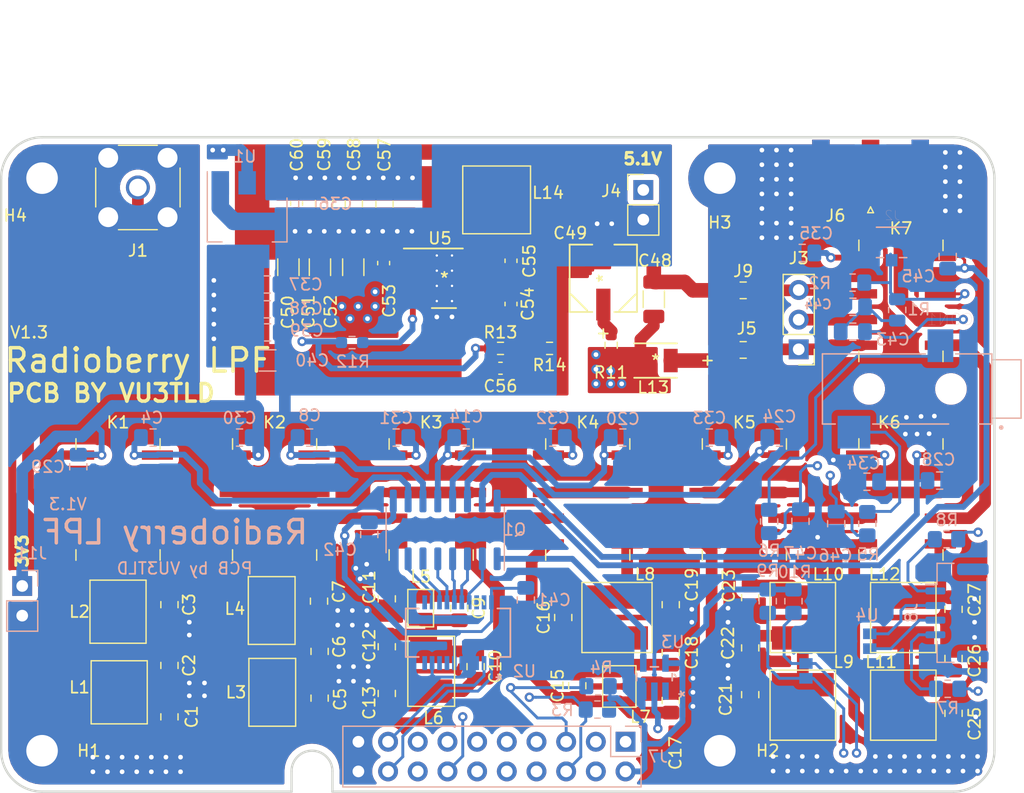
<source format=kicad_pcb>
(kicad_pcb (version 20171130) (host pcbnew "(5.1.7)-1")
  (layers (0 F.Cu signal) (1 In1.Cu signal) (2 In2.Cu signal) (31 B.Cu signal) (34 B.Paste user) (35 F.Paste user) (36 B.SilkS user) (37 F.SilkS user) (38 B.Mask user) (39 F.Mask user) (44 Edge.Cuts user))
  (net 0 "")
  (net 1 GND)
  (net 2 "Net-(C1-Pad1)")
  (net 3 "Net-(C2-Pad1)")
  (net 4 "Net-(C3-Pad1)")
  (net 5 Band1)
  (net 6 "Net-(C5-Pad1)")
  (net 7 "Net-(C6-Pad1)")
  (net 8 "Net-(C7-Pad1)")
  (net 9 Band2)
  (net 10 "Net-(C10-Pad2)")
  (net 11 "Net-(C11-Pad1)")
  (net 12 "Net-(C10-Pad1)")
  (net 13 Band3)
  (net 14 "Net-(C15-Pad2)")
  (net 15 "Net-(C15-Pad1)")
  (net 16 Band4)
  (net 17 "Net-(C21-Pad1)")
  (net 18 "Net-(C22-Pad1)")
  (net 19 "Net-(C23-Pad1)")
  (net 20 Band5)
  (net 21 "Net-(C25-Pad1)")
  (net 22 "Net-(C26-Pad1)")
  (net 23 "Net-(C27-Pad1)")
  (net 24 Band6)
  (net 25 +5V)
  (net 26 TR)
  (net 27 KEY_DASH)
  (net 28 KEY_DOT)
  (net 29 PTTOut)
  (net 30 SDA)
  (net 31 SCL)
  (net 32 "Net-(K1-Pad2)")
  (net 33 FilterOut)
  (net 34 "Net-(K2-Pad2)")
  (net 35 "Net-(K3-Pad2)")
  (net 36 "Net-(K4-Pad2)")
  (net 37 "Net-(K5-Pad2)")
  (net 38 "Net-(K6-Pad2)")
  (net 39 "Net-(K2-Pad6)")
  (net 40 "Net-(K3-Pad6)")
  (net 41 "Net-(K4-Pad6)")
  (net 42 "Net-(K5-Pad6)")
  (net 43 "Net-(K1-Pad6)")
  (net 44 "Net-(J1-Pad1)")
  (net 45 PTTIN)
  (net 46 +3V3)
  (net 47 PTTOut_B)
  (net 48 "Net-(Q1-Pad6)")
  (net 49 "Net-(Q1-Pad5)")
  (net 50 "Net-(Q1-Pad4)")
  (net 51 "Net-(Q1-Pad3)")
  (net 52 "Net-(Q1-Pad2)")
  (net 53 "Net-(C48-Pad1)")
  (net 54 "Net-(C16-Pad2)")
  (net 55 "Net-(CON1-Pad3)")
  (net 56 "Net-(CON1-Pad2)")
  (net 57 "Net-(C49-Pad1)")
  (net 58 "Net-(C54-Pad1)")
  (net 59 "Net-(C55-Pad2)")
  (net 60 "Net-(C55-Pad1)")
  (net 61 "Net-(C56-Pad2)")
  (net 62 "Net-(J3-Pad2)")
  (net 63 "Net-(J8-Pad2)")
  (net 64 "Net-(J8-Pad1)")
  (net 65 +13.8V)
  (net 66 "Net-(C43-Pad2)")
  (net 67 "Net-(J5-Pad1)")
  (net 68 GD)
  (net 69 RB_3V3)
  (net 70 "Net-(C43-Pad1)")
  (net 71 "Net-(Q1-Pad7)")
  (net 72 KEYINPUT)
  (net 73 "Net-(J8-Pad3)")
  (net 74 "Net-(J8-Pad4)")
  (net 75 "Net-(R12-Pad1)")
  (net 76 "Net-(J2-Pad2)")
  (module Radioberry_LPF_fp:WE-SPC_SMD_4818 (layer F.Cu) (at 177.2 141.1 90)
    (fp_text reference L12 (at 3.7 -1.6 180) (layer F.SilkS))
    (fp_text value 220n)
    (pad 1 smd rect (at -1.75 0 90) (size 2 5.3) (layers F.Cu F.Paste F.Mask) (net 22 "Net-(C26-Pad1)"))
    (pad 2 smd rect (at 1.75 0 90) (size 2 5.3) (layers F.Cu F.Paste F.Mask) (net 23 "Net-(C27-Pad1)"))
  )
  (module Radioberry_LPF_fp:7440450018 (layer F.Cu) (at 123.15 140.5 90)
    (fp_text reference L4 (at 0.15 -3.15 180) (layer F.SilkS))
    (fp_text value 1.8u)
    (pad 2 smd rect (at 1.7 0 90) (size 2 3.6) (layers F.Cu F.Paste F.Mask) (net 8 "Net-(C7-Pad1)"))
    (pad 1 smd rect (at -1.7 0 90) (size 2 3.6) (layers F.Cu F.Paste F.Mask) (net 7 "Net-(C6-Pad1)"))
  )
  (module Resistor_SMD:R_0603_1608Metric_Pad0.98x0.95mm_HandSolder (layer F.Cu) (at 146.93 118.07 180)
    (fp_text reference R14 (at 0 -1.43) (layer F.SilkS))
    (fp_text value 24.3k)
    (pad 2 smd roundrect (at 0.9125 0 180) (size 0.975 0.95) (layers F.Cu F.Paste F.Mask) (net 61 "Net-(C56-Pad2)"))
    (pad 1 smd roundrect (at -0.9125 0 180) (size 0.975 0.95) (layers F.Cu F.Paste F.Mask) (net 1 GND))
  )
  (module Resistor_SMD:R_0603_1608Metric_Pad0.98x0.95mm_HandSolder (layer F.Cu) (at 142.73 118.07 180)
    (fp_text reference R13 (at 0 1.37) (layer F.SilkS))
    (fp_text value 100k)
    (pad 2 smd roundrect (at 0.9125 0 180) (size 0.975 0.95) (layers F.Cu F.Paste F.Mask) (net 25 +5V))
    (pad 1 smd roundrect (at -0.9125 0 180) (size 0.975 0.95) (layers F.Cu F.Paste F.Mask) (net 61 "Net-(C56-Pad2)"))
  )
  (module Resistor_SMD:R_0603_1608Metric_Pad0.98x0.95mm_HandSolder (layer B.Cu) (at 130.03 117.57 180)
    (fp_text reference R12 (at -0.07 -1.63) (layer B.SilkS) (effects (justify mirror)))
    (fp_text value 100k)
    (pad 2 smd roundrect (at 0.9125 0 180) (size 0.975 0.95) (layers B.Cu B.Paste B.Mask) (net 25 +5V))
    (pad 1 smd roundrect (at -0.9125 0 180) (size 0.975 0.95) (layers B.Cu B.Paste B.Mask) (net 75 "Net-(R12-Pad1)"))
  )
  (module Resistor_SMD:R_0603_1608Metric_Pad0.98x0.95mm_HandSolder (layer F.Cu) (at 152.2 117.8 270)
    (fp_text reference R11 (at 2.33 0.03 180) (layer F.SilkS))
    (fp_text value 100m)
    (pad 2 smd roundrect (at 0.9125 0 270) (size 0.975 0.95) (layers F.Cu F.Paste F.Mask) (net 53 "Net-(C48-Pad1)"))
    (pad 1 smd roundrect (at -0.9125 0 270) (size 0.975 0.95) (layers F.Cu F.Paste F.Mask) (net 57 "Net-(C49-Pad1)"))
  )
  (module Resistor_SMD:R_0805_2012Metric_Pad1.20x1.40mm_HandSolder (layer B.Cu) (at 165.6 139.7 90)
    (fp_text reference R9 (at 2.6 0 180) (layer B.SilkS) (effects (justify mirror)))
    (fp_text value 680)
    (pad 2 smd roundrect (at 1 0 90) (size 1.2 1.4) (layers B.Cu B.Paste B.Mask) (roundrect_rratio 0.208333) (net 69 RB_3V3))
    (pad 1 smd roundrect (at -1 0 90) (size 1.2 1.4) (layers B.Cu B.Paste B.Mask) (roundrect_rratio 0.208333) (net 72 KEYINPUT))
  )
  (module Resistor_SMD:R_0805_2012Metric_Pad1.20x1.40mm_HandSolder (layer B.Cu) (at 180.9 134.4)
    (fp_text reference R8 (at 0.03 -1.64) (layer B.SilkS) (effects (justify mirror)))
    (fp_text value 220)
    (pad 2 smd roundrect (at 1 0) (size 1.2 1.4) (layers B.Cu B.Paste B.Mask) (roundrect_rratio 0.208333) (net 46 +3V3))
    (pad 1 smd roundrect (at -1 0) (size 1.2 1.4) (layers B.Cu B.Paste B.Mask) (roundrect_rratio 0.208333) (net 64 "Net-(J8-Pad1)"))
  )
  (module Resistor_SMD:R_0805_2012Metric_Pad1.20x1.40mm_HandSolder (layer B.Cu) (at 165.72 132.88 90)
    (fp_text reference R6 (at -2.5 0 180) (layer B.SilkS) (effects (justify mirror)))
    (fp_text value 100)
    (pad 2 smd roundrect (at 1 0 90) (size 1.2 1.4) (layers B.Cu B.Paste B.Mask) (roundrect_rratio 0.208333) (net 55 "Net-(CON1-Pad3)"))
    (pad 1 smd roundrect (at -1 0 90) (size 1.2 1.4) (layers B.Cu B.Paste B.Mask) (roundrect_rratio 0.208333) (net 27 KEY_DASH))
  )
  (module Resistor_SMD:R_0805_2012Metric_Pad1.20x1.40mm_HandSolder (layer B.Cu) (at 174.12 133.07 90)
    (fp_text reference R5 (at -2.63 0.08 180) (layer B.SilkS) (effects (justify mirror)))
    (fp_text value 100)
    (pad 2 smd roundrect (at 1 0 90) (size 1.2 1.4) (layers B.Cu B.Paste B.Mask) (roundrect_rratio 0.208333) (net 56 "Net-(CON1-Pad2)"))
    (pad 1 smd roundrect (at -1 0 90) (size 1.2 1.4) (layers B.Cu B.Paste B.Mask) (roundrect_rratio 0.208333) (net 28 KEY_DOT))
  )
  (module Resistor_SMD:R_0805_2012Metric_Pad1.20x1.40mm_HandSolder (layer B.Cu) (at 151.075 146.975)
    (fp_text reference R4 (at 0.285 -1.585) (layer B.SilkS) (effects (justify mirror)))
    (fp_text value 2.2k)
    (pad 2 smd roundrect (at 1 0) (size 1.2 1.4) (layers B.Cu B.Paste B.Mask) (roundrect_rratio 0.208333) (net 69 RB_3V3))
    (pad 1 smd roundrect (at -1 0) (size 1.2 1.4) (layers B.Cu B.Paste B.Mask) (roundrect_rratio 0.208333) (net 27 KEY_DASH))
  )
  (module Resistor_SMD:R_0805_2012Metric_Pad1.20x1.40mm_HandSolder (layer B.Cu) (at 151.025 148.975)
    (fp_text reference R3 (at -3.005 0.045) (layer B.SilkS) (effects (justify mirror)))
    (fp_text value 2.2k)
    (pad 2 smd roundrect (at 1 0) (size 1.2 1.4) (layers B.Cu B.Paste B.Mask) (roundrect_rratio 0.208333) (net 69 RB_3V3))
    (pad 1 smd roundrect (at -1 0) (size 1.2 1.4) (layers B.Cu B.Paste B.Mask) (roundrect_rratio 0.208333) (net 28 KEY_DOT))
  )
  (module Resistor_SMD:R_0805_2012Metric_Pad1.20x1.40mm_HandSolder (layer B.Cu) (at 172.86 112.44)
    (fp_text reference R2 (at -2.81 0.04) (layer B.SilkS) (effects (justify mirror)))
    (fp_text value 100)
    (pad 2 smd roundrect (at 1 0) (size 1.2 1.4) (layers B.Cu B.Paste B.Mask) (roundrect_rratio 0.208333) (net 76 "Net-(J2-Pad2)"))
    (pad 1 smd roundrect (at -1 0) (size 1.2 1.4) (layers B.Cu B.Paste B.Mask) (roundrect_rratio 0.208333) (net 1 GND))
  )
  (module Radioberry_LPF_fp:SJ-3523-SMT-TR (layer B.Cu) (at 181.28 121.54 180)
    (fp_text reference CON1 (at 0.075135 5.945905 180) (layer B.SilkS) (effects (font (size 1.001835 1.001835) (thickness 0.015)) (justify mirror)))
    (fp_text value SJ-3523-SMT-TR)
    (pad None np_thru_hole circle (at 0 0 180) (size 1.7 1.7) (drill 1.7) (layers *.Cu *.Mask))
    (pad 3 smd rect (at 0.9 3.7 180) (size 2.2 2.8) (layers B.Cu B.Paste B.Mask) (net 55 "Net-(CON1-Pad3)"))
    (pad 1 smd rect (at -1.1 -3.7 180) (size 2.2 2.8) (layers B.Cu B.Paste B.Mask) (net 1 GND))
    (pad 2 smd rect (at 8.3 -3.7 180) (size 2.8 2.8) (layers B.Cu B.Paste B.Mask) (net 56 "Net-(CON1-Pad2)"))
    (pad None np_thru_hole circle (at 7 0 180) (size 1.7 1.7) (drill 1.7) (layers *.Cu *.Mask))
  )
  (module Connector_PinHeader_2.54mm:PinHeader_1x02_P2.54mm_Vertical (layer F.Cu) (at 154.95 104.51)
    (fp_text reference J4 (at -2.75 0.09 180) (layer F.SilkS))
    (fp_text value Conn_01x02)
    (pad 2 thru_hole oval (at 0 2.54) (size 1.7 1.7) (drill 1) (layers *.Cu *.Mask) (net 1 GND))
    (pad 1 thru_hole rect (at 0 0) (size 1.7 1.7) (drill 1) (layers *.Cu *.Mask) (net 25 +5V))
  )
  (module Radioberry_LPF_fp:SSOP-20_3.9x8.7mm_P0.635mm (layer B.Cu) (at 139.1 142.4 90)
    (fp_text reference U2 (at -3.3 5.675) (layer B.SilkS) (effects (justify mirror)))
    (fp_text value MCP23008)
    (fp_text user * (at -3.81 3.81 90) (layer B.SilkS) (effects (justify mirror)))
    (pad 1 smd rect (at -2.6 2.8575 90) (size 1.2 0.4) (layers B.Cu B.Paste B.Mask) (net 31 SCL))
    (pad 2 smd rect (at -2.6 2.2225 90) (size 1.2 0.4) (layers B.Cu B.Paste B.Mask) (net 30 SDA))
    (pad 3 smd rect (at -2.6 1.5875 90) (size 1.2 0.4) (layers B.Cu B.Paste B.Mask) (net 1 GND))
    (pad 4 smd rect (at -2.6 0.9525 90) (size 1.2 0.4) (layers B.Cu B.Paste B.Mask) (net 1 GND))
    (pad 5 smd rect (at -2.6 0.3175 90) (size 1.2 0.4) (layers B.Cu B.Paste B.Mask) (net 1 GND))
    (pad 6 smd rect (at -2.6 -0.3175 90) (size 1.2 0.4) (layers B.Cu B.Paste B.Mask) (net 46 +3V3))
    (pad 7 smd rect (at -2.6 -0.9525 90) (size 1.2 0.4) (layers B.Cu B.Paste B.Mask))
    (pad 8 smd rect (at -2.6 -1.5875 90) (size 1.2 0.4) (layers B.Cu B.Paste B.Mask))
    (pad 9 smd rect (at -2.6 -2.2225 90) (size 1.2 0.4) (layers B.Cu B.Paste B.Mask) (net 1 GND))
    (pad 10 smd rect (at -2.6 -2.8575 90) (size 1.2 0.4) (layers B.Cu B.Paste B.Mask))
    (pad 11 smd rect (at 2.6 -2.8575 90) (size 1.2 0.4) (layers B.Cu B.Paste B.Mask))
    (pad 12 smd rect (at 2.6 -2.2225 90) (size 1.2 0.4) (layers B.Cu B.Paste B.Mask) (net 71 "Net-(Q1-Pad7)"))
    (pad 13 smd rect (at 2.6 -1.5875 90) (size 1.2 0.4) (layers B.Cu B.Paste B.Mask) (net 48 "Net-(Q1-Pad6)"))
    (pad 14 smd rect (at 2.6 -0.9525 90) (size 1.2 0.4) (layers B.Cu B.Paste B.Mask) (net 49 "Net-(Q1-Pad5)"))
    (pad 15 smd rect (at 2.6 -0.3175 90) (size 1.2 0.4) (layers B.Cu B.Paste B.Mask) (net 50 "Net-(Q1-Pad4)"))
    (pad 16 smd rect (at 2.6 0.3175 90) (size 1.2 0.4) (layers B.Cu B.Paste B.Mask) (net 51 "Net-(Q1-Pad3)"))
    (pad 17 smd rect (at 2.6 0.9525 90) (size 1.2 0.4) (layers B.Cu B.Paste B.Mask) (net 52 "Net-(Q1-Pad2)"))
    (pad 18 smd rect (at 2.6 1.5875 90) (size 1.2 0.4) (layers B.Cu B.Paste B.Mask))
    (pad 19 smd rect (at 2.6 2.2225 90) (size 1.2 0.4) (layers B.Cu B.Paste B.Mask))
    (pad 20 smd rect (at 2.6 2.8575 90) (size 1.2 0.4) (layers B.Cu B.Paste B.Mask) (net 46 +3V3))
  )
  (module Radioberry_LPF_fp:WE-SPC_SMD_4828 (layer F.Cu) (at 168.6 148.6 90)
    (fp_text reference L9 (at 3.7 3.5 180) (layer F.SilkS))
    (fp_text value 390n)
    (pad 1 smd rect (at -1.75 0 90) (size 2 5.3) (layers F.Cu F.Paste F.Mask) (net 17 "Net-(C21-Pad1)"))
    (pad 2 smd rect (at 1.75 0 90) (size 2 5.3) (layers F.Cu F.Paste F.Mask) (net 18 "Net-(C22-Pad1)"))
  )
  (module Radioberry_LPF_fp:LMR33640DDDAR (layer F.Cu) (at 137.93 112.07)
    (fp_text reference U5 (at -0.38 -3.42 180) (layer F.SilkS))
    (fp_text value DDA0008J hide)
    (fp_text user * (at 0 0) (layer F.SilkS))
    (pad 9 thru_hole circle (at 0.650001 -1.950001) (size 0.499999 0.499999) (drill 0.2032) (layers *.Cu *.Mask) (net 1 GND))
    (pad 9 thru_hole circle (at -0.650001 -1.950001) (size 0.499999 0.499999) (drill 0.2032) (layers *.Cu *.Mask) (net 1 GND))
    (pad 9 thru_hole circle (at 0.650001 1.950001) (size 0.499999 0.499999) (drill 0.2032) (layers *.Cu *.Mask) (net 1 GND))
    (pad 9 thru_hole circle (at -0.650001 1.950001) (size 0.499999 0.499999) (drill 0.2032) (layers *.Cu *.Mask) (net 1 GND))
    (pad 9 thru_hole circle (at 0.650001 0.650001) (size 0.499999 0.499999) (drill 0.2032) (layers *.Cu *.Mask) (net 1 GND))
    (pad 9 thru_hole circle (at -0.650001 0.650001) (size 0.499999 0.499999) (drill 0.2032) (layers *.Cu *.Mask) (net 1 GND))
    (pad 9 thru_hole circle (at 0.650001 -0.650001) (size 0.499999 0.499999) (drill 0.2032) (layers *.Cu *.Mask) (net 1 GND))
    (pad 9 thru_hole circle (at -0.650001 -0.650001) (size 0.499999 0.499999) (drill 0.2032) (layers *.Cu *.Mask) (net 1 GND))
    (pad 9 smd rect (at 0 0) (size 2.949999 4.900001) (layers F.Cu F.Paste F.Mask) (net 1 GND))
    (pad 8 smd rect (at 2.7 -1.905 90) (size 0.599999 1.549999) (layers F.Cu F.Paste F.Mask) (net 59 "Net-(C55-Pad2)"))
    (pad 7 smd rect (at 2.7 -0.635 90) (size 0.599999 1.549999) (layers F.Cu F.Paste F.Mask) (net 60 "Net-(C55-Pad1)"))
    (pad 6 smd rect (at 2.7 0.635 90) (size 0.599999 1.549999) (layers F.Cu F.Paste F.Mask) (net 58 "Net-(C54-Pad1)"))
    (pad 5 smd rect (at 2.7 1.905 90) (size 0.599999 1.549999) (layers F.Cu F.Paste F.Mask) (net 61 "Net-(C56-Pad2)"))
    (pad 4 smd rect (at -2.7 1.905 90) (size 0.599999 1.549999) (layers F.Cu F.Paste F.Mask) (net 75 "Net-(R12-Pad1)"))
    (pad 3 smd rect (at -2.7 0.635 90) (size 0.599999 1.549999) (layers F.Cu F.Paste F.Mask) (net 53 "Net-(C48-Pad1)"))
    (pad 2 smd rect (at -2.7 -0.635 90) (size 0.599999 1.549999) (layers F.Cu F.Paste F.Mask) (net 53 "Net-(C48-Pad1)"))
    (pad 1 smd rect (at -2.7 -1.905 90) (size 0.599999 1.549999) (layers F.Cu F.Paste F.Mask) (net 1 GND))
  )
  (module Radioberry_LPF_fp:AGQ200S03Z (layer F.Cu) (at 136.8 131 270)
    (fp_text reference K3 (at -6.6 0) (layer F.SilkS))
    (fp_text value AGQ200S03Z hide)
    (pad 8 smd rect (at -3.8 -3.37 270) (size 0.8 2.66) (layers F.Cu F.Paste F.Mask) (net 13 Band3))
    (pad 5 smd rect (at 3.8 -3.37 270) (size 0.8 2.66) (layers F.Cu F.Paste F.Mask) (net 10 "Net-(C10-Pad2)"))
    (pad 6 smd rect (at 1.6 -3.37 270) (size 0.8 2.66) (layers F.Cu F.Paste F.Mask) (net 40 "Net-(K3-Pad6)"))
    (pad 7 smd rect (at -0.6 -3.37 270) (size 0.8 2.66) (layers F.Cu F.Paste F.Mask) (net 35 "Net-(K3-Pad2)"))
    (pad 1 smd rect (at -3.8 3.37 270) (size 0.8 2.66) (layers F.Cu F.Paste F.Mask) (net 46 +3V3))
    (pad 2 smd rect (at -0.6 3.37 270) (size 0.8 2.66) (layers F.Cu F.Paste F.Mask) (net 35 "Net-(K3-Pad2)"))
    (pad 3 smd rect (at 1.6 3.37 270) (size 0.8 2.66) (layers F.Cu F.Paste F.Mask) (net 39 "Net-(K2-Pad6)"))
    (pad 4 smd rect (at 3.8 3.37 270) (size 0.8 2.66) (layers F.Cu F.Paste F.Mask) (net 11 "Net-(C11-Pad1)"))
  )
  (module Resistor_SMD:R_0805_2012Metric (layer B.Cu) (at 176.68 114.78 270)
    (fp_text reference R1 (at -0.05 -1.85 180) (layer B.SilkS) (effects (justify mirror)))
    (fp_text value 100)
    (pad 2 smd roundrect (at 0.9125 0 270) (size 1.025 1.4) (layers B.Cu B.Paste B.Mask) (roundrect_rratio 0.243902) (net 66 "Net-(C43-Pad2)"))
    (pad 1 smd roundrect (at -0.9125 0 270) (size 1.025 1.4) (layers B.Cu B.Paste B.Mask) (roundrect_rratio 0.243902) (net 76 "Net-(J2-Pad2)"))
  )
  (module Package_TO_SOT_SMD:SOT-223-3_TabPin2 (layer B.Cu) (at 121.05 107.05 270)
    (fp_text reference U1 (at -5.4 0.2 180) (layer B.SilkS) (effects (justify mirror)))
    (fp_text value LD1117S33TR_SOT223)
    (pad 1 smd rect (at -3.15 2.3 270) (size 2 1.5) (layers B.Cu B.Paste B.Mask) (net 1 GND))
    (pad 3 smd rect (at -3.15 -2.3 270) (size 2 1.5) (layers B.Cu B.Paste B.Mask) (net 25 +5V))
    (pad 2 smd rect (at -3.15 0 270) (size 2 1.5) (layers B.Cu B.Paste B.Mask) (net 46 +3V3))
    (pad 2 smd rect (at 3.15 0 270) (size 2 3.8) (layers B.Cu B.Paste B.Mask) (net 46 +3V3))
  )
  (module Connector_PinHeader_2.54mm:PinHeader_1x03_P2.54mm_Vertical (layer F.Cu) (at 168.25 118.15 180)
    (fp_text reference J3 (at 0 7.8) (layer F.SilkS))
    (fp_text value "From PA board")
    (pad 3 thru_hole oval (at 0 5.08 180) (size 1.7 1.7) (drill 1) (layers *.Cu *.Mask) (net 68 GD))
    (pad 2 thru_hole oval (at 0 2.54 180) (size 1.7 1.7) (drill 1) (layers *.Cu *.Mask) (net 62 "Net-(J3-Pad2)"))
    (pad 1 thru_hole rect (at 0 0 180) (size 1.7 1.7) (drill 1) (layers *.Cu *.Mask) (net 65 +13.8V))
  )
  (module MountingHole:MountingHole_2.7mm_Pad (layer F.Cu) (at 103.5 103.5)
    (fp_text reference H4 (at -2.3 3.2) (layer F.SilkS))
    (fp_text value MountingHole_Pad)
    (pad 1 thru_hole circle (at 0 0) (size 5.4 5.4) (drill 2.7) (layers *.Cu *.Mask) (net 1 GND))
  )
  (module MountingHole:MountingHole_2.7mm_Pad (layer F.Cu) (at 161.5 103.5)
    (fp_text reference H3 (at 0 3.8) (layer F.SilkS))
    (fp_text value MountingHole_Pad)
    (pad 1 thru_hole circle (at 0 0) (size 5.4 5.4) (drill 2.7) (layers *.Cu *.Mask) (net 1 GND))
  )
  (module MountingHole:MountingHole_2.7mm_Pad (layer F.Cu) (at 161.5 152.5)
    (fp_text reference H2 (at 4.1 0) (layer F.SilkS))
    (fp_text value MountingHole_Pad)
    (pad 1 thru_hole circle (at 0 0) (size 5.4 5.4) (drill 2.7) (layers *.Cu *.Mask) (net 1 GND))
  )
  (module MountingHole:MountingHole_2.7mm_Pad (layer F.Cu) (at 103.5 152.5)
    (fp_text reference H1 (at 4 0) (layer F.SilkS))
    (fp_text value MountingHole_Pad)
    (pad 1 thru_hole circle (at 0 0) (size 5.4 5.4) (drill 2.7) (layers *.Cu *.Mask) (net 1 GND))
  )
  (module Connector_PinSocket_2.54mm:PinSocket_2x10_P2.54mm_Vertical (layer B.Cu) (at 153.43 151.73 90)
    (fp_text reference J7 (at -1.27 2.77 180) (layer B.SilkS) (effects (justify mirror)))
    (fp_text value "Mating CN301 Radioberry" hide)
    (pad 20 thru_hole oval (at -2.54 -22.86 90) (size 1.7 1.7) (drill 1) (layers *.Cu *.Mask) (net 1 GND))
    (pad 19 thru_hole oval (at 0 -22.86 90) (size 1.7 1.7) (drill 1) (layers *.Cu *.Mask) (net 1 GND))
    (pad 18 thru_hole oval (at -2.54 -20.32 90) (size 1.7 1.7) (drill 1) (layers *.Cu *.Mask) (net 31 SCL))
    (pad 17 thru_hole oval (at 0 -20.32 90) (size 1.7 1.7) (drill 1) (layers *.Cu *.Mask) (net 30 SDA))
    (pad 16 thru_hole oval (at -2.54 -17.78 90) (size 1.7 1.7) (drill 1) (layers *.Cu *.Mask))
    (pad 15 thru_hole oval (at 0 -17.78 90) (size 1.7 1.7) (drill 1) (layers *.Cu *.Mask))
    (pad 14 thru_hole oval (at -2.54 -15.24 90) (size 1.7 1.7) (drill 1) (layers *.Cu *.Mask) (net 72 KEYINPUT))
    (pad 13 thru_hole oval (at 0 -15.24 90) (size 1.7 1.7) (drill 1) (layers *.Cu *.Mask) (net 45 PTTIN))
    (pad 12 thru_hole oval (at -2.54 -12.7 90) (size 1.7 1.7) (drill 1) (layers *.Cu *.Mask))
    (pad 11 thru_hole oval (at 0 -12.7 90) (size 1.7 1.7) (drill 1) (layers *.Cu *.Mask))
    (pad 10 thru_hole oval (at -2.54 -10.16 90) (size 1.7 1.7) (drill 1) (layers *.Cu *.Mask))
    (pad 9 thru_hole oval (at 0 -10.16 90) (size 1.7 1.7) (drill 1) (layers *.Cu *.Mask))
    (pad 8 thru_hole oval (at -2.54 -7.62 90) (size 1.7 1.7) (drill 1) (layers *.Cu *.Mask))
    (pad 7 thru_hole oval (at 0 -7.62 90) (size 1.7 1.7) (drill 1) (layers *.Cu *.Mask))
    (pad 6 thru_hole oval (at -2.54 -5.08 90) (size 1.7 1.7) (drill 1) (layers *.Cu *.Mask) (net 28 KEY_DOT))
    (pad 5 thru_hole oval (at 0 -5.08 90) (size 1.7 1.7) (drill 1) (layers *.Cu *.Mask) (net 27 KEY_DASH))
    (pad 4 thru_hole oval (at -2.54 -2.54 90) (size 1.7 1.7) (drill 1) (layers *.Cu *.Mask))
    (pad 3 thru_hole oval (at 0 -2.54 90) (size 1.7 1.7) (drill 1) (layers *.Cu *.Mask) (net 29 PTTOut))
    (pad 2 thru_hole oval (at -2.54 0 90) (size 1.7 1.7) (drill 1) (layers *.Cu *.Mask) (net 69 RB_3V3))
    (pad 1 thru_hole rect (at 0 0 90) (size 1.7 1.7) (drill 1) (layers *.Cu *.Mask))
  )
  (module Radioberry_LPF_fp:16SVPC39MV (layer F.Cu) (at 151.53 112.07 90)
    (fp_text reference C49 (at 3.87 -2.83 180) (layer F.SilkS))
    (fp_text value 39u)
    (fp_text user * (at 0 0 90) (layer F.SilkS))
    (pad 2 smd rect (at 2.2479 0 90) (size 2.7178 1.2192) (layers F.Cu F.Paste F.Mask) (net 1 GND))
    (pad 1 smd rect (at -2.2479 0 90) (size 2.7178 1.2192) (layers F.Cu F.Paste F.Mask) (net 57 "Net-(C49-Pad1)"))
  )
  (module Capacitor_SMD:C_1206_3216Metric (layer F.Cu) (at 124.58 111.12 90)
    (fp_text reference C50 (at -3.85 -0.05 90) (layer F.SilkS))
    (fp_text value 10u)
    (pad 2 smd roundrect (at 1.475 0 90) (size 1.15 1.8) (layers F.Cu F.Paste F.Mask) (roundrect_rratio 0.217391) (net 1 GND))
    (pad 1 smd roundrect (at -1.475 0 90) (size 1.15 1.8) (layers F.Cu F.Paste F.Mask) (roundrect_rratio 0.217391) (net 53 "Net-(C48-Pad1)"))
  )
  (module Capacitor_SMD:C_1206_3216Metric (layer F.Cu) (at 127.28 111.12 90)
    (fp_text reference C51 (at -3.805 -0.98 90) (layer F.SilkS))
    (fp_text value 10u)
    (pad 2 smd roundrect (at 1.475 0 90) (size 1.15 1.8) (layers F.Cu F.Paste F.Mask) (roundrect_rratio 0.217391) (net 1 GND))
    (pad 1 smd roundrect (at -1.475 0 90) (size 1.15 1.8) (layers F.Cu F.Paste F.Mask) (roundrect_rratio 0.217391) (net 53 "Net-(C48-Pad1)"))
  )
  (module Capacitor_SMD:C_1206_3216Metric (layer F.Cu) (at 130.13 111.12 90)
    (fp_text reference C52 (at -3.805 -1.93 90) (layer F.SilkS))
    (fp_text value 10u)
    (pad 2 smd roundrect (at 1.475 0 90) (size 1.15 1.8) (layers F.Cu F.Paste F.Mask) (roundrect_rratio 0.217391) (net 1 GND))
    (pad 1 smd roundrect (at -1.475 0 90) (size 1.15 1.8) (layers F.Cu F.Paste F.Mask) (roundrect_rratio 0.217391) (net 53 "Net-(C48-Pad1)"))
  )
  (module Capacitor_SMD:C_0805_2012Metric (layer F.Cu) (at 130.18 105.695 270)
    (fp_text reference C58 (at -4.22 -0.02 90) (layer F.SilkS))
    (fp_text value 22u)
    (pad 2 smd roundrect (at 0.95 0 270) (size 1 1.45) (layers F.Cu F.Paste F.Mask) (net 1 GND))
    (pad 1 smd roundrect (at -0.95 0 270) (size 1 1.45) (layers F.Cu F.Paste F.Mask) (net 25 +5V))
  )
  (module Capacitor_SMD:C_0805_2012Metric (layer F.Cu) (at 127.63 105.67 270)
    (fp_text reference C59 (at -4.195 -0.02 90) (layer F.SilkS))
    (fp_text value 22u)
    (pad 2 smd roundrect (at 0.95 0 270) (size 1 1.45) (layers F.Cu F.Paste F.Mask) (net 1 GND))
    (pad 1 smd roundrect (at -0.95 0 270) (size 1 1.45) (layers F.Cu F.Paste F.Mask) (net 25 +5V))
  )
  (module Radioberry_LPF_fp:AGQ200S03Z (layer F.Cu) (at 110 131 270)
    (fp_text reference K1 (at -6.6 0 180) (layer F.SilkS))
    (fp_text value AGQ200S03Z hide)
    (pad 8 smd rect (at -3.8 -3.37 270) (size 0.8 2.66) (layers F.Cu F.Paste F.Mask) (net 5 Band1))
    (pad 5 smd rect (at 3.8 -3.37 270) (size 0.8 2.66) (layers F.Cu F.Paste F.Mask) (net 4 "Net-(C3-Pad1)"))
    (pad 6 smd rect (at 1.6 -3.37 270) (size 0.8 2.66) (layers F.Cu F.Paste F.Mask) (net 43 "Net-(K1-Pad6)"))
    (pad 7 smd rect (at -0.6 -3.37 270) (size 0.8 2.66) (layers F.Cu F.Paste F.Mask) (net 32 "Net-(K1-Pad2)"))
    (pad 1 smd rect (at -3.8 3.37 270) (size 0.8 2.66) (layers F.Cu F.Paste F.Mask) (net 46 +3V3))
    (pad 2 smd rect (at -0.6 3.37 270) (size 0.8 2.66) (layers F.Cu F.Paste F.Mask) (net 32 "Net-(K1-Pad2)"))
    (pad 3 smd rect (at 1.6 3.37 270) (size 0.8 2.66) (layers F.Cu F.Paste F.Mask) (net 44 "Net-(J1-Pad1)"))
    (pad 4 smd rect (at 3.8 3.37 270) (size 0.8 2.66) (layers F.Cu F.Paste F.Mask) (net 2 "Net-(C1-Pad1)"))
  )
  (module Radioberry_LPF_fp:AGQ200S03Z (layer F.Cu) (at 123.4 131 270)
    (fp_text reference K2 (at -6.6 0 180) (layer F.SilkS))
    (fp_text value AGQ200S03Z hide)
    (pad 8 smd rect (at -3.8 -3.37 270) (size 0.8 2.66) (layers F.Cu F.Paste F.Mask) (net 9 Band2))
    (pad 5 smd rect (at 3.8 -3.37 270) (size 0.8 2.66) (layers F.Cu F.Paste F.Mask) (net 8 "Net-(C7-Pad1)"))
    (pad 6 smd rect (at 1.6 -3.37 270) (size 0.8 2.66) (layers F.Cu F.Paste F.Mask) (net 39 "Net-(K2-Pad6)"))
    (pad 7 smd rect (at -0.6 -3.37 270) (size 0.8 2.66) (layers F.Cu F.Paste F.Mask) (net 34 "Net-(K2-Pad2)"))
    (pad 1 smd rect (at -3.8 3.37 270) (size 0.8 2.66) (layers F.Cu F.Paste F.Mask) (net 46 +3V3))
    (pad 2 smd rect (at -0.6 3.37 270) (size 0.8 2.66) (layers F.Cu F.Paste F.Mask) (net 34 "Net-(K2-Pad2)"))
    (pad 3 smd rect (at 1.6 3.37 270) (size 0.8 2.66) (layers F.Cu F.Paste F.Mask) (net 43 "Net-(K1-Pad6)"))
    (pad 4 smd rect (at 3.8 3.37 270) (size 0.8 2.66) (layers F.Cu F.Paste F.Mask) (net 6 "Net-(C5-Pad1)"))
  )
  (module Radioberry_LPF_fp:AGQ200S03Z (layer F.Cu) (at 150.2 131 270)
    (fp_text reference K4 (at -6.6 0 180) (layer F.SilkS))
    (fp_text value AGQ200S03Z hide)
    (pad 8 smd rect (at -3.8 -3.37 270) (size 0.8 2.66) (layers F.Cu F.Paste F.Mask) (net 16 Band4))
    (pad 5 smd rect (at 3.8 -3.37 270) (size 0.8 2.66) (layers F.Cu F.Paste F.Mask) (net 54 "Net-(C16-Pad2)"))
    (pad 6 smd rect (at 1.6 -3.37 270) (size 0.8 2.66) (layers F.Cu F.Paste F.Mask) (net 41 "Net-(K4-Pad6)"))
    (pad 7 smd rect (at -0.6 -3.37 270) (size 0.8 2.66) (layers F.Cu F.Paste F.Mask) (net 36 "Net-(K4-Pad2)"))
    (pad 1 smd rect (at -3.8 3.37 270) (size 0.8 2.66) (layers F.Cu F.Paste F.Mask) (net 46 +3V3))
    (pad 2 smd rect (at -0.6 3.37 270) (size 0.8 2.66) (layers F.Cu F.Paste F.Mask) (net 36 "Net-(K4-Pad2)"))
    (pad 3 smd rect (at 1.6 3.37 270) (size 0.8 2.66) (layers F.Cu F.Paste F.Mask) (net 40 "Net-(K3-Pad6)"))
    (pad 4 smd rect (at 3.8 3.37 270) (size 0.8 2.66) (layers F.Cu F.Paste F.Mask) (net 15 "Net-(C15-Pad1)"))
  )
  (module Radioberry_LPF_fp:AGQ200S03Z (layer F.Cu) (at 163.6 131 270)
    (fp_text reference K5 (at -6.6 0 180) (layer F.SilkS))
    (fp_text value AGQ200S03Z)
    (pad 8 smd rect (at -3.8 -3.37 270) (size 0.8 2.66) (layers F.Cu F.Paste F.Mask) (net 20 Band5))
    (pad 5 smd rect (at 3.8 -3.37 270) (size 0.8 2.66) (layers F.Cu F.Paste F.Mask) (net 19 "Net-(C23-Pad1)"))
    (pad 6 smd rect (at 1.6 -3.37 270) (size 0.8 2.66) (layers F.Cu F.Paste F.Mask) (net 42 "Net-(K5-Pad6)"))
    (pad 7 smd rect (at -0.6 -3.37 270) (size 0.8 2.66) (layers F.Cu F.Paste F.Mask) (net 37 "Net-(K5-Pad2)"))
    (pad 1 smd rect (at -3.8 3.37 270) (size 0.8 2.66) (layers F.Cu F.Paste F.Mask) (net 46 +3V3))
    (pad 2 smd rect (at -0.6 3.37 270) (size 0.8 2.66) (layers F.Cu F.Paste F.Mask) (net 37 "Net-(K5-Pad2)"))
    (pad 3 smd rect (at 1.6 3.37 270) (size 0.8 2.66) (layers F.Cu F.Paste F.Mask) (net 41 "Net-(K4-Pad6)"))
    (pad 4 smd rect (at 3.8 3.37 270) (size 0.8 2.66) (layers F.Cu F.Paste F.Mask) (net 17 "Net-(C21-Pad1)"))
  )
  (module Radioberry_LPF_fp:AGQ200S03Z (layer F.Cu) (at 177 131 270)
    (fp_text reference K6 (at -6.6 1 180) (layer F.SilkS))
    (fp_text value AGQ200S03Z)
    (pad 8 smd rect (at -3.8 -3.37 270) (size 0.8 2.66) (layers F.Cu F.Paste F.Mask) (net 24 Band6))
    (pad 5 smd rect (at 3.8 -3.37 270) (size 0.8 2.66) (layers F.Cu F.Paste F.Mask) (net 23 "Net-(C27-Pad1)"))
    (pad 6 smd rect (at 1.6 -3.37 270) (size 0.8 2.66) (layers F.Cu F.Paste F.Mask) (net 33 FilterOut))
    (pad 7 smd rect (at -0.6 -3.37 270) (size 0.8 2.66) (layers F.Cu F.Paste F.Mask) (net 38 "Net-(K6-Pad2)"))
    (pad 1 smd rect (at -3.8 3.37 270) (size 0.8 2.66) (layers F.Cu F.Paste F.Mask) (net 46 +3V3))
    (pad 2 smd rect (at -0.6 3.37 270) (size 0.8 2.66) (layers F.Cu F.Paste F.Mask) (net 38 "Net-(K6-Pad2)"))
    (pad 3 smd rect (at 1.6 3.37 270) (size 0.8 2.66) (layers F.Cu F.Paste F.Mask) (net 42 "Net-(K5-Pad6)"))
    (pad 4 smd rect (at 3.8 3.37 270) (size 0.8 2.66) (layers F.Cu F.Paste F.Mask) (net 21 "Net-(C25-Pad1)"))
  )
  (module Radioberry_LPF_fp:AGQ200S03Z (layer F.Cu) (at 177 114 270)
    (fp_text reference K7 (at -6.2 0 180) (layer F.SilkS))
    (fp_text value AGQ200S03Z)
    (pad 8 smd rect (at -3.8 -3.37 270) (size 0.8 2.66) (layers F.Cu F.Paste F.Mask) (net 26 TR))
    (pad 5 smd rect (at 3.8 -3.37 270) (size 0.8 2.66) (layers F.Cu F.Paste F.Mask) (net 33 FilterOut))
    (pad 6 smd rect (at 1.6 -3.37 270) (size 0.8 2.66) (layers F.Cu F.Paste F.Mask) (net 70 "Net-(C43-Pad1)"))
    (pad 7 smd rect (at -0.6 -3.37 270) (size 0.8 2.66) (layers F.Cu F.Paste F.Mask) (net 76 "Net-(J2-Pad2)"))
    (pad 1 smd rect (at -3.8 3.37 270) (size 0.8 2.66) (layers F.Cu F.Paste F.Mask) (net 46 +3V3))
    (pad 2 smd rect (at -0.6 3.37 270) (size 0.8 2.66) (layers F.Cu F.Paste F.Mask) (net 68 GD))
    (pad 3 smd rect (at 1.6 3.37 270) (size 0.8 2.66) (layers F.Cu F.Paste F.Mask) (net 62 "Net-(J3-Pad2)"))
    (pad 4 smd rect (at 3.8 3.37 270) (size 0.8 2.66) (layers F.Cu F.Paste F.Mask) (net 65 +13.8V))
  )
  (module Radioberry_LPF_fp:NLCV32T-R47M-PFR (layer F.Cu) (at 156 119.11 180)
    (fp_text reference L13 (at 0.1954 -2.3) (layer F.SilkS))
    (fp_text value 470nH)
    (fp_text user * (at 0 0) (layer F.SilkS))
    (pad 2 smd rect (at 1.2954 0 180) (size 1.1938 2.0066) (layers F.Cu F.Paste F.Mask) (net 53 "Net-(C48-Pad1)"))
    (pad 1 smd rect (at -1.2954 0 180) (size 1.1938 2.0066) (layers F.Cu F.Paste F.Mask) (net 67 "Net-(J5-Pad1)"))
  )
  (module Capacitor_SMD:C_1206_3216Metric (layer F.Cu) (at 155.85 113.86 90)
    (fp_text reference C48 (at 3.3 0.1 180) (layer F.SilkS))
    (fp_text value 10u)
    (pad 2 smd roundrect (at 1.475 0 90) (size 1.15 1.8) (layers F.Cu F.Paste F.Mask) (roundrect_rratio 0.217391) (net 1 GND))
    (pad 1 smd roundrect (at -1.475 0 90) (size 1.15 1.8) (layers F.Cu F.Paste F.Mask) (roundrect_rratio 0.217391) (net 53 "Net-(C48-Pad1)"))
  )
  (module Capacitor_SMD:C_0805_2012Metric (layer F.Cu) (at 132.805 105.72 270)
    (fp_text reference C57 (at -4.195 0.005 90) (layer F.SilkS))
    (fp_text value 22u)
    (pad 2 smd roundrect (at 0.95 0 270) (size 1 1.45) (layers F.Cu F.Paste F.Mask) (net 1 GND))
    (pad 1 smd roundrect (at -0.95 0 270) (size 1 1.45) (layers F.Cu F.Paste F.Mask) (net 25 +5V))
  )
  (module Radioberry_LPF_fp:WE-SPC_SMD_4828 (layer F.Cu) (at 168.6 141.1 90)
    (fp_text reference L10 (at 3.7 2.2 180) (layer F.SilkS))
    (fp_text value 390n)
    (pad 1 smd rect (at -1.75 0 90) (size 2 5.3) (layers F.Cu F.Paste F.Mask) (net 18 "Net-(C22-Pad1)"))
    (pad 2 smd rect (at 1.75 0 90) (size 2 5.3) (layers F.Cu F.Paste F.Mask) (net 19 "Net-(C23-Pad1)"))
  )
  (module Radioberry_LPF_fp:WE-SPC_SMD_4818 (layer F.Cu) (at 177.2 148.6 90)
    (fp_text reference L11 (at 3.7 -1.9 180) (layer F.SilkS))
    (fp_text value 220n)
    (pad 1 smd rect (at -1.75 0 90) (size 2 5.3) (layers F.Cu F.Paste F.Mask) (net 21 "Net-(C25-Pad1)"))
    (pad 2 smd rect (at 1.75 0 90) (size 2 5.3) (layers F.Cu F.Paste F.Mask) (net 22 "Net-(C26-Pad1)"))
  )
  (module Radioberry_LPF_fp:SOIC-16_3.9x9.9mm_P1.27mm (layer B.Cu) (at 138 133.6 90)
    (fp_text reference Q1 (at 0.025 5.925 180) (layer B.SilkS) (effects (justify mirror)))
    (fp_text value ULN2003ADR)
    (pad 16 smd roundrect (at 2.475 4.445 90) (size 1.95 0.6) (layers B.Cu B.Paste B.Mask) (net 26 TR))
    (pad 15 smd roundrect (at 2.475 3.175 90) (size 1.95 0.6) (layers B.Cu B.Paste B.Mask) (net 24 Band6))
    (pad 14 smd roundrect (at 2.475 1.905 90) (size 1.95 0.6) (layers B.Cu B.Paste B.Mask) (net 20 Band5))
    (pad 13 smd roundrect (at 2.475 0.635 90) (size 1.95 0.6) (layers B.Cu B.Paste B.Mask) (net 16 Band4))
    (pad 12 smd roundrect (at 2.475 -0.635 90) (size 1.95 0.6) (layers B.Cu B.Paste B.Mask) (net 13 Band3))
    (pad 11 smd roundrect (at 2.475 -1.905 90) (size 1.95 0.6) (layers B.Cu B.Paste B.Mask) (net 9 Band2))
    (pad 10 smd roundrect (at 2.475 -3.175 90) (size 1.95 0.6) (layers B.Cu B.Paste B.Mask) (net 5 Band1))
    (pad 9 smd roundrect (at 2.475 -4.445 90) (size 1.95 0.6) (layers B.Cu B.Paste B.Mask) (net 46 +3V3))
    (pad 8 smd roundrect (at -2.475 -4.445 90) (size 1.95 0.6) (layers B.Cu B.Paste B.Mask) (net 1 GND))
    (pad 7 smd roundrect (at -2.475 -3.175 90) (size 1.95 0.6) (layers B.Cu B.Paste B.Mask) (net 71 "Net-(Q1-Pad7)"))
    (pad 6 smd roundrect (at -2.475 -1.905 90) (size 1.95 0.6) (layers B.Cu B.Paste B.Mask) (net 48 "Net-(Q1-Pad6)"))
    (pad 5 smd roundrect (at -2.475 -0.635 90) (size 1.95 0.6) (layers B.Cu B.Paste B.Mask) (net 49 "Net-(Q1-Pad5)"))
    (pad 4 smd roundrect (at -2.475 0.635 90) (size 1.95 0.6) (layers B.Cu B.Paste B.Mask) (net 50 "Net-(Q1-Pad4)"))
    (pad 3 smd roundrect (at -2.475 1.905 90) (size 1.95 0.6) (layers B.Cu B.Paste B.Mask) (net 51 "Net-(Q1-Pad3)"))
    (pad 2 smd roundrect (at -2.475 3.175 90) (size 1.95 0.6) (layers B.Cu B.Paste B.Mask) (net 52 "Net-(Q1-Pad2)"))
    (pad 1 smd roundrect (at -2.475 4.445 90) (size 1.95 0.6) (layers B.Cu B.Paste B.Mask) (net 47 PTTOut_B))
  )
  (module Radioberry_LPF_fp:SN74LVC1G34DBVR (layer B.Cu) (at 155.9 146.2 90)
    (fp_text reference U3 (at 3.0062 1.574999 180) (layer B.SilkS) (effects (justify mirror)))
    (fp_text value DBV5)
    (fp_text user * (at -1.4478 2.6518 90) (layer B.SilkS) (effects (justify mirror)))
    (pad 5 smd rect (at 1.1938 0.950001 90) (size 1.4732 0.5588) (layers B.Cu B.Paste B.Mask) (net 69 RB_3V3))
    (pad 4 smd rect (at 1.1938 -0.950001 90) (size 1.4732 0.5588) (layers B.Cu B.Paste B.Mask) (net 47 PTTOut_B))
    (pad 3 smd rect (at -1.1938 -0.950001 90) (size 1.4732 0.5588) (layers B.Cu B.Paste B.Mask) (net 1 GND))
    (pad 2 smd rect (at -1.1938 0 90) (size 1.4732 0.5588) (layers B.Cu B.Paste B.Mask) (net 29 PTTOut))
    (pad 1 smd rect (at -1.1938 0.950001 90) (size 1.4732 0.5588) (layers B.Cu B.Paste B.Mask))
  )
  (module Radioberry_LPF_fp:Jumper_0805 (layer F.Cu) (at 163.5 118.2)
    (fp_text reference J5 (at 0.3 -1.83) (layer F.SilkS))
    (fp_text value Jumper_Pad)
    (pad 2 smd roundrect (at 1.025 0) (size 1.15 1.4) (layers F.Cu F.Paste F.Mask) (roundrect_rratio 0.217391) (net 65 +13.8V))
    (pad 1 smd roundrect (at -1.025 0) (size 1.15 1.4) (layers F.Cu F.Paste F.Mask) (roundrect_rratio 0.217391) (net 67 "Net-(J5-Pad1)"))
  )
  (module Radioberry_LPF_fp:Jumper_0805 (layer F.Cu) (at 163.5 113.1)
    (fp_text reference J9 (at 0 -1.65) (layer F.SilkS))
    (fp_text value Jumper_Pad)
    (pad 2 smd roundrect (at 1.025 0) (size 1.15 1.4) (layers F.Cu F.Paste F.Mask) (roundrect_rratio 0.217391) (net 68 GD))
    (pad 1 smd roundrect (at -1.025 0) (size 1.15 1.4) (layers F.Cu F.Paste F.Mask) (roundrect_rratio 0.217391) (net 1 GND))
  )
  (module Radioberry_LPF_fp:Taiyo_Yuden_1210 (layer F.Cu) (at 152.9 147 270)
    (fp_text reference L7 (at 2.6 -1.8) (layer F.SilkS))
    (fp_text value 270n)
    (pad 1 smd rect (at -1.275 0 270) (size 0.85 2.7) (layers F.Cu F.Paste F.Mask) (net 14 "Net-(C15-Pad2)"))
    (pad 2 smd rect (at 1.275 0 270) (size 0.85 2.7) (layers F.Cu F.Paste F.Mask) (net 15 "Net-(C15-Pad1)"))
  )
  (module Capacitor_SMD:C_1206_3216Metric (layer B.Cu) (at 122.8 119.1)
    (fp_text reference C40 (at 3.815 0) (layer B.SilkS) (effects (justify mirror)))
    (fp_text value 100u)
    (pad 2 smd roundrect (at 1.475 0) (size 1.15 1.8) (layers B.Cu B.Paste B.Mask) (roundrect_rratio 0.217391) (net 1 GND))
    (pad 1 smd roundrect (at -1.475 0) (size 1.15 1.8) (layers B.Cu B.Paste B.Mask) (roundrect_rratio 0.217391) (net 46 +3V3))
  )
  (module Radioberry_LPF_fp:WE-XHMI_SMD_6060 (layer F.Cu) (at 142.4 105.36 180)
    (fp_text reference L14 (at -4.4 0.61 180) (layer F.SilkS))
    (fp_text value 4.7u)
    (pad 2 smd rect (at 2 0 180) (size 1.45 5.5) (layers F.Cu F.Paste F.Mask) (net 25 +5V))
    (pad 1 smd rect (at -2 0 180) (size 1.45 5.5) (layers F.Cu F.Paste F.Mask) (net 59 "Net-(C55-Pad2)"))
  )
  (module Radioberry_LPF_fp:WE-LQS (layer F.Cu) (at 135.9 140.3 90)
    (fp_text reference L5 (at 2.7 0) (layer F.SilkS))
    (fp_text value 680n)
    (pad 2 smd rect (at 0.95 0 90) (size 1.1 2) (layers F.Cu F.Paste F.Mask) (net 11 "Net-(C11-Pad1)"))
    (pad 1 smd rect (at -0.95 0 90) (size 1.1 2) (layers F.Cu F.Paste F.Mask) (net 12 "Net-(C10-Pad1)"))
  )
  (module Radioberry_LPF_fp:SMA_Amphenol_132289_EdgeMount (layer F.Cu) (at 174.4 102.75 90)
    (fp_text reference J6 (at -3.96 -3) (layer F.SilkS))
    (fp_text value Conn_Coaxial)
    (pad 1 smd rect (at 0 0 180) (size 1.5 5.08) (layers F.Cu F.Paste F.Mask) (net 70 "Net-(C43-Pad1)"))
    (pad 2 smd rect (at 0 -4.25 180) (size 1.5 5.08) (layers F.Cu F.Paste F.Mask) (net 1 GND))
    (pad 2 smd rect (at 0 4.25 180) (size 1.5 5.08) (layers F.Cu F.Paste F.Mask) (net 1 GND))
    (pad 2 smd rect (at 0 -4.25 180) (size 1.5 5.08) (layers B.Cu B.Paste B.Mask) (net 1 GND))
    (pad 2 smd rect (at 0 4.25 180) (size 1.5 5.08) (layers B.Cu B.Paste B.Mask) (net 1 GND))
  )
  (module Radioberry_LPF_fp:7440450018 (layer F.Cu) (at 123.2 147.5 90)
    (fp_text reference L3 (at 0 -3.1 180) (layer F.SilkS))
    (fp_text value 1.8u)
    (pad 2 smd rect (at 1.7 0 90) (size 2 3.6) (layers F.Cu F.Paste F.Mask) (net 7 "Net-(C6-Pad1)"))
    (pad 1 smd rect (at -1.7 0 90) (size 2 3.6) (layers F.Cu F.Paste F.Mask) (net 6 "Net-(C5-Pad1)"))
  )
  (module Radioberry_LPF_fp:744773039 (layer F.Cu) (at 110.1 147.5 90)
    (fp_text reference L1 (at 0.425 -3.4 180) (layer F.SilkS))
    (fp_text value 3.9u)
    (pad 2 smd rect (at 1.625 0 90) (size 1.75 4.5) (layers F.Cu F.Paste F.Mask) (net 3 "Net-(C2-Pad1)"))
    (pad 1 smd rect (at -1.625 0 90) (size 1.75 4.5) (layers F.Cu F.Paste F.Mask) (net 2 "Net-(C1-Pad1)"))
  )
  (module Radioberry_LPF_fp:744773039 (layer F.Cu) (at 110 140.6 90)
    (fp_text reference L2 (at 0 -3.3 180) (layer F.SilkS))
    (fp_text value 3.9u)
    (pad 2 smd rect (at 1.625 0 90) (size 1.75 4.5) (layers F.Cu F.Paste F.Mask) (net 4 "Net-(C3-Pad1)"))
    (pad 1 smd rect (at -1.625 0 90) (size 1.75 4.5) (layers F.Cu F.Paste F.Mask) (net 3 "Net-(C2-Pad1)"))
  )
  (module Capacitor_SMD:C_0805_2012Metric_Pad1.18x1.45mm_HandSolder (layer F.Cu) (at 114.4 149.6 90)
    (fp_text reference C1 (at 0 1.9 90) (layer F.SilkS))
    (fp_text value 1800p)
    (pad 2 smd roundrect (at 1.0375 0 90) (size 1.175 1.45) (layers F.Cu F.Paste F.Mask) (roundrect_rratio 0.212766) (net 1 GND))
    (pad 1 smd roundrect (at -1.0375 0 90) (size 1.175 1.45) (layers F.Cu F.Paste F.Mask) (roundrect_rratio 0.212766) (net 2 "Net-(C1-Pad1)"))
  )
  (module Capacitor_SMD:C_0805_2012Metric_Pad1.18x1.45mm_HandSolder (layer F.Cu) (at 114.4 145.2 270)
    (fp_text reference C2 (at 0 -1.68 90) (layer F.SilkS))
    (fp_text value 3300p)
    (pad 2 smd roundrect (at 1.0375 0 270) (size 1.175 1.45) (layers F.Cu F.Paste F.Mask) (roundrect_rratio 0.212766) (net 1 GND))
    (pad 1 smd roundrect (at -1.0375 0 270) (size 1.175 1.45) (layers F.Cu F.Paste F.Mask) (roundrect_rratio 0.212766) (net 3 "Net-(C2-Pad1)"))
  )
  (module Capacitor_SMD:C_0805_2012Metric_Pad1.18x1.45mm_HandSolder (layer F.Cu) (at 114.4 140 270)
    (fp_text reference C3 (at 0 -1.68 90) (layer F.SilkS))
    (fp_text value 1800p)
    (pad 2 smd roundrect (at 1.0375 0 270) (size 1.175 1.45) (layers F.Cu F.Paste F.Mask) (roundrect_rratio 0.212766) (net 1 GND))
    (pad 1 smd roundrect (at -1.0375 0 270) (size 1.175 1.45) (layers F.Cu F.Paste F.Mask) (roundrect_rratio 0.212766) (net 4 "Net-(C3-Pad1)"))
  )
  (module Capacitor_SMD:C_0805_2012Metric_Pad1.18x1.45mm_HandSolder (layer B.Cu) (at 113 125.7)
    (fp_text reference C4 (at -0.1 -1.7) (layer B.SilkS) (effects (justify mirror)))
    (fp_text value 100n)
    (pad 2 smd roundrect (at 1.0375 0) (size 1.175 1.45) (layers B.Cu B.Paste B.Mask) (roundrect_rratio 0.212766) (net 1 GND))
    (pad 1 smd roundrect (at -1.0375 0) (size 1.175 1.45) (layers B.Cu B.Paste B.Mask) (roundrect_rratio 0.212766) (net 5 Band1))
  )
  (module Capacitor_SMD:C_0805_2012Metric_Pad1.18x1.45mm_HandSolder (layer F.Cu) (at 127.25 148 90)
    (fp_text reference C5 (at -0.1 1.75 90) (layer F.SilkS))
    (fp_text value 1000p)
    (pad 2 smd roundrect (at 1.0375 0 90) (size 1.175 1.45) (layers F.Cu F.Paste F.Mask) (roundrect_rratio 0.212766) (net 1 GND))
    (pad 1 smd roundrect (at -1.0375 0 90) (size 1.175 1.45) (layers F.Cu F.Paste F.Mask) (roundrect_rratio 0.212766) (net 6 "Net-(C5-Pad1)"))
  )
  (module Capacitor_SMD:C_0805_2012Metric_Pad1.18x1.45mm_HandSolder (layer F.Cu) (at 127.25 144 270)
    (fp_text reference C6 (at -0.4 -1.68 90) (layer F.SilkS))
    (fp_text value 1800p)
    (pad 2 smd roundrect (at 1.0375 0 270) (size 1.175 1.45) (layers F.Cu F.Paste F.Mask) (roundrect_rratio 0.212766) (net 1 GND))
    (pad 1 smd roundrect (at -1.0375 0 270) (size 1.175 1.45) (layers F.Cu F.Paste F.Mask) (roundrect_rratio 0.212766) (net 7 "Net-(C6-Pad1)"))
  )
  (module Capacitor_SMD:C_0805_2012Metric_Pad1.18x1.45mm_HandSolder (layer F.Cu) (at 127.2 139.7 270)
    (fp_text reference C7 (at -0.8 -1.7 90) (layer F.SilkS))
    (fp_text value 1000p)
    (pad 2 smd roundrect (at 1.0375 0 270) (size 1.175 1.45) (layers F.Cu F.Paste F.Mask) (roundrect_rratio 0.212766) (net 1 GND))
    (pad 1 smd roundrect (at -1.0375 0 270) (size 1.175 1.45) (layers F.Cu F.Paste F.Mask) (roundrect_rratio 0.212766) (net 8 "Net-(C7-Pad1)"))
  )
  (module Capacitor_SMD:C_0805_2012Metric_Pad1.18x1.45mm_HandSolder (layer B.Cu) (at 126.4 125.7)
    (fp_text reference C8 (at 0 -1.9) (layer B.SilkS) (effects (justify mirror)))
    (fp_text value 100n)
    (pad 2 smd roundrect (at 1.0375 0) (size 1.175 1.45) (layers B.Cu B.Paste B.Mask) (roundrect_rratio 0.212766) (net 1 GND))
    (pad 1 smd roundrect (at -1.0375 0) (size 1.175 1.45) (layers B.Cu B.Paste B.Mask) (roundrect_rratio 0.212766) (net 9 Band2))
  )
  (module Capacitor_SMD:C_0805_2012Metric_Pad1.18x1.45mm_HandSolder (layer F.Cu) (at 139.2 140.3 270)
    (fp_text reference C9 (at 0 -1.68 90) (layer F.SilkS))
    (fp_text value 270p)
    (pad 2 smd roundrect (at 1.0375 0 270) (size 1.175 1.45) (layers F.Cu F.Paste F.Mask) (roundrect_rratio 0.212766) (net 12 "Net-(C10-Pad1)"))
    (pad 1 smd roundrect (at -1.0375 0 270) (size 1.175 1.45) (layers F.Cu F.Paste F.Mask) (roundrect_rratio 0.212766) (net 11 "Net-(C11-Pad1)"))
  )
  (module Capacitor_SMD:C_0805_2012Metric_Pad1.18x1.45mm_HandSolder (layer F.Cu) (at 140.6 145.3 270)
    (fp_text reference C10 (at 0 -1.68 90) (layer F.SilkS))
    (fp_text value 100p)
    (pad 2 smd roundrect (at 1.0375 0 270) (size 1.175 1.45) (layers F.Cu F.Paste F.Mask) (roundrect_rratio 0.212766) (net 10 "Net-(C10-Pad2)"))
    (pad 1 smd roundrect (at -1.0375 0 270) (size 1.175 1.45) (layers F.Cu F.Paste F.Mask) (roundrect_rratio 0.212766) (net 12 "Net-(C10-Pad1)"))
  )
  (module Capacitor_SMD:C_0805_2012Metric_Pad1.18x1.45mm_HandSolder (layer F.Cu) (at 133 139.5 270)
    (fp_text reference C11 (at -1 1.5 90) (layer F.SilkS))
    (fp_text value 220p)
    (pad 2 smd roundrect (at 1.0375 0 270) (size 1.175 1.45) (layers F.Cu F.Paste F.Mask) (roundrect_rratio 0.212766) (net 1 GND))
    (pad 1 smd roundrect (at -1.0375 0 270) (size 1.175 1.45) (layers F.Cu F.Paste F.Mask) (roundrect_rratio 0.212766) (net 11 "Net-(C11-Pad1)"))
  )
  (module Capacitor_SMD:C_0805_2012Metric_Pad1.18x1.45mm_HandSolder (layer F.Cu) (at 133 143.6 270)
    (fp_text reference C12 (at -0.1 1.5 90) (layer F.SilkS))
    (fp_text value 560p)
    (pad 2 smd roundrect (at 1.0375 0 270) (size 1.175 1.45) (layers F.Cu F.Paste F.Mask) (roundrect_rratio 0.212766) (net 1 GND))
    (pad 1 smd roundrect (at -1.0375 0 270) (size 1.175 1.45) (layers F.Cu F.Paste F.Mask) (roundrect_rratio 0.212766) (net 12 "Net-(C10-Pad1)"))
  )
  (module Capacitor_SMD:C_0805_2012Metric_Pad1.18x1.45mm_HandSolder (layer F.Cu) (at 133 147.6 90)
    (fp_text reference C13 (at -0.8 -1.5 90) (layer F.SilkS))
    (fp_text value 270p)
    (pad 2 smd roundrect (at 1.0375 0 90) (size 1.175 1.45) (layers F.Cu F.Paste F.Mask) (roundrect_rratio 0.212766) (net 1 GND))
    (pad 1 smd roundrect (at -1.0375 0 90) (size 1.175 1.45) (layers F.Cu F.Paste F.Mask) (roundrect_rratio 0.212766) (net 10 "Net-(C10-Pad2)"))
  )
  (module Capacitor_SMD:C_0805_2012Metric_Pad1.18x1.45mm_HandSolder (layer B.Cu) (at 139.8 125.7)
    (fp_text reference C14 (at 0 -1.8) (layer B.SilkS) (effects (justify mirror)))
    (fp_text value 100n)
    (pad 2 smd roundrect (at 1.0375 0) (size 1.175 1.45) (layers B.Cu B.Paste B.Mask) (roundrect_rratio 0.212766) (net 1 GND))
    (pad 1 smd roundrect (at -1.0375 0) (size 1.175 1.45) (layers B.Cu B.Paste B.Mask) (roundrect_rratio 0.212766) (net 13 Band3))
  )
  (module Capacitor_SMD:C_0805_2012Metric_Pad1.18x1.45mm_HandSolder (layer F.Cu) (at 149.3 146.9375 90)
    (fp_text reference C15 (at 0 -1.68 90) (layer F.SilkS))
    (fp_text value 220p)
    (pad 2 smd roundrect (at 1.0375 0 90) (size 1.175 1.45) (layers F.Cu F.Paste F.Mask) (roundrect_rratio 0.212766) (net 14 "Net-(C15-Pad2)"))
    (pad 1 smd roundrect (at -1.0375 0 90) (size 1.175 1.45) (layers F.Cu F.Paste F.Mask) (roundrect_rratio 0.212766) (net 15 "Net-(C15-Pad1)"))
  )
  (module Capacitor_SMD:C_0805_2012Metric_Pad1.18x1.45mm_HandSolder (layer F.Cu) (at 148.1 141.1 90)
    (fp_text reference C16 (at 0 -1.68 90) (layer F.SilkS))
    (fp_text value 39p)
    (pad 2 smd roundrect (at 1.0375 0 90) (size 1.175 1.45) (layers F.Cu F.Paste F.Mask) (roundrect_rratio 0.212766) (net 54 "Net-(C16-Pad2)"))
    (pad 1 smd roundrect (at -1.0375 0 90) (size 1.175 1.45) (layers F.Cu F.Paste F.Mask) (roundrect_rratio 0.212766) (net 14 "Net-(C15-Pad2)"))
  )
  (module Capacitor_SMD:C_0805_2012Metric_Pad1.18x1.45mm_HandSolder (layer F.Cu) (at 157.3 148.2 90)
    (fp_text reference C17 (at -4.5 0.4 90) (layer F.SilkS))
    (fp_text value 68p)
    (pad 2 smd roundrect (at 1.0375 0 90) (size 1.175 1.45) (layers F.Cu F.Paste F.Mask) (roundrect_rratio 0.212766) (net 1 GND))
    (pad 1 smd roundrect (at -1.0375 0 90) (size 1.175 1.45) (layers F.Cu F.Paste F.Mask) (roundrect_rratio 0.212766) (net 15 "Net-(C15-Pad1)"))
  )
  (module Capacitor_SMD:C_0805_2012Metric_Pad1.18x1.45mm_HandSolder (layer F.Cu) (at 157.3 144.1 90)
    (fp_text reference C18 (at 0 1.8 90) (layer F.SilkS))
    (fp_text value 270p)
    (pad 2 smd roundrect (at 1.0375 0 90) (size 1.175 1.45) (layers F.Cu F.Paste F.Mask) (roundrect_rratio 0.212766) (net 1 GND))
    (pad 1 smd roundrect (at -1.0375 0 90) (size 1.175 1.45) (layers F.Cu F.Paste F.Mask) (roundrect_rratio 0.212766) (net 14 "Net-(C15-Pad2)"))
  )
  (module Capacitor_SMD:C_0805_2012Metric_Pad1.18x1.45mm_HandSolder (layer F.Cu) (at 157.3 140 270)
    (fp_text reference C19 (at -1.7 -1.8 90) (layer F.SilkS))
    (fp_text value 150p)
    (pad 2 smd roundrect (at 1.0375 0 270) (size 1.175 1.45) (layers F.Cu F.Paste F.Mask) (roundrect_rratio 0.212766) (net 1 GND))
    (pad 1 smd roundrect (at -1.0375 0 270) (size 1.175 1.45) (layers F.Cu F.Paste F.Mask) (roundrect_rratio 0.212766) (net 54 "Net-(C16-Pad2)"))
  )
  (module Capacitor_SMD:C_0805_2012Metric_Pad1.18x1.45mm_HandSolder (layer B.Cu) (at 153.2 125.7)
    (fp_text reference C20 (at 0 -1.6) (layer B.SilkS) (effects (justify mirror)))
    (fp_text value 100n)
    (pad 2 smd roundrect (at 1.0375 0) (size 1.175 1.45) (layers B.Cu B.Paste B.Mask) (roundrect_rratio 0.212766) (net 1 GND))
    (pad 1 smd roundrect (at -1.0375 0) (size 1.175 1.45) (layers B.Cu B.Paste B.Mask) (roundrect_rratio 0.212766) (net 16 Band4))
  )
  (module Capacitor_SMD:C_0805_2012Metric_Pad1.18x1.45mm_HandSolder (layer F.Cu) (at 164.1 147.7 90)
    (fp_text reference C21 (at -0.4 -2.1 90) (layer F.SilkS))
    (fp_text value 180p)
    (pad 2 smd roundrect (at 1.0375 0 90) (size 1.175 1.45) (layers F.Cu F.Paste F.Mask) (roundrect_rratio 0.212766) (net 1 GND))
    (pad 1 smd roundrect (at -1.0375 0 90) (size 1.175 1.45) (layers F.Cu F.Paste F.Mask) (roundrect_rratio 0.212766) (net 17 "Net-(C21-Pad1)"))
  )
  (module Capacitor_SMD:C_0805_2012Metric_Pad1.18x1.45mm_HandSolder (layer F.Cu) (at 164.1 143.7 270)
    (fp_text reference C22 (at -0.4 1.9 90) (layer F.SilkS))
    (fp_text value 330p)
    (pad 2 smd roundrect (at 1.0375 0 270) (size 1.175 1.45) (layers F.Cu F.Paste F.Mask) (roundrect_rratio 0.212766) (net 1 GND))
    (pad 1 smd roundrect (at -1.0375 0 270) (size 1.175 1.45) (layers F.Cu F.Paste F.Mask) (roundrect_rratio 0.212766) (net 18 "Net-(C22-Pad1)"))
  )
  (module Capacitor_SMD:C_0805_2012Metric_Pad1.18x1.45mm_HandSolder (layer F.Cu) (at 164.1 139.4 270)
    (fp_text reference C23 (at -1 1.83 90) (layer F.SilkS))
    (fp_text value 180p)
    (pad 2 smd roundrect (at 1.0375 0 270) (size 1.175 1.45) (layers F.Cu F.Paste F.Mask) (roundrect_rratio 0.212766) (net 1 GND))
    (pad 1 smd roundrect (at -1.0375 0 270) (size 1.175 1.45) (layers F.Cu F.Paste F.Mask) (roundrect_rratio 0.212766) (net 19 "Net-(C23-Pad1)"))
  )
  (module Capacitor_SMD:C_0805_2012Metric_Pad1.18x1.45mm_HandSolder (layer B.Cu) (at 166.6 125.7)
    (fp_text reference C24 (at 0 -1.8) (layer B.SilkS) (effects (justify mirror)))
    (fp_text value 100n)
    (pad 2 smd roundrect (at 1.0375 0) (size 1.175 1.45) (layers B.Cu B.Paste B.Mask) (roundrect_rratio 0.212766) (net 1 GND))
    (pad 1 smd roundrect (at -1.0375 0) (size 1.175 1.45) (layers B.Cu B.Paste B.Mask) (roundrect_rratio 0.212766) (net 20 Band5))
  )
  (module Capacitor_SMD:C_0805_2012Metric_Pad1.18x1.45mm_HandSolder (layer F.Cu) (at 181.5 149.3 90)
    (fp_text reference C25 (at -0.9 1.8 90) (layer F.SilkS))
    (fp_text value 150p)
    (pad 2 smd roundrect (at 1.0375 0 90) (size 1.175 1.45) (layers F.Cu F.Paste F.Mask) (roundrect_rratio 0.212766) (net 1 GND))
    (pad 1 smd roundrect (at -1.0375 0 90) (size 1.175 1.45) (layers F.Cu F.Paste F.Mask) (roundrect_rratio 0.212766) (net 21 "Net-(C25-Pad1)"))
  )
  (module Capacitor_SMD:C_0805_2012Metric_Pad1.18x1.45mm_HandSolder (layer F.Cu) (at 181.5 144.6 90)
    (fp_text reference C26 (at -0.2 1.8 90) (layer F.SilkS))
    (fp_text value 330p)
    (pad 2 smd roundrect (at 1.0375 0 90) (size 1.175 1.45) (layers F.Cu F.Paste F.Mask) (roundrect_rratio 0.212766) (net 1 GND))
    (pad 1 smd roundrect (at -1.0375 0 90) (size 1.175 1.45) (layers F.Cu F.Paste F.Mask) (roundrect_rratio 0.212766) (net 22 "Net-(C26-Pad1)"))
  )
  (module Capacitor_SMD:C_0805_2012Metric_Pad1.18x1.45mm_HandSolder (layer F.Cu) (at 181.5 140.4 270)
    (fp_text reference C27 (at -0.8 -1.8 90) (layer F.SilkS))
    (fp_text value 150p)
    (pad 2 smd roundrect (at 1.0375 0 270) (size 1.175 1.45) (layers F.Cu F.Paste F.Mask) (roundrect_rratio 0.212766) (net 1 GND))
    (pad 1 smd roundrect (at -1.0375 0 270) (size 1.175 1.45) (layers F.Cu F.Paste F.Mask) (roundrect_rratio 0.212766) (net 23 "Net-(C27-Pad1)"))
  )
  (module Capacitor_SMD:C_0805_2012Metric_Pad1.18x1.45mm_HandSolder (layer B.Cu) (at 180.31 129.38)
    (fp_text reference C28 (at -0.1 -1.8) (layer B.SilkS) (effects (justify mirror)))
    (fp_text value 100n)
    (pad 2 smd roundrect (at 1.0375 0) (size 1.175 1.45) (layers B.Cu B.Paste B.Mask) (roundrect_rratio 0.212766) (net 1 GND))
    (pad 1 smd roundrect (at -1.0375 0) (size 1.175 1.45) (layers B.Cu B.Paste B.Mask) (roundrect_rratio 0.212766) (net 24 Band6))
  )
  (module Capacitor_SMD:C_0805_2012Metric_Pad1.18x1.45mm_HandSolder (layer B.Cu) (at 106.6 128.2 270)
    (fp_text reference C29 (at 0 2.6 180) (layer B.SilkS) (effects (justify mirror)))
    (fp_text value 100n)
    (pad 2 smd roundrect (at 1.0375 0 270) (size 1.175 1.45) (layers B.Cu B.Paste B.Mask) (roundrect_rratio 0.212766) (net 1 GND))
    (pad 1 smd roundrect (at -1.0375 0 270) (size 1.175 1.45) (layers B.Cu B.Paste B.Mask) (roundrect_rratio 0.212766) (net 46 +3V3))
  )
  (module Capacitor_SMD:C_0805_2012Metric_Pad1.18x1.45mm_HandSolder (layer B.Cu) (at 120.4 125.7 180)
    (fp_text reference C30 (at 0 1.68) (layer B.SilkS) (effects (justify mirror)))
    (fp_text value 100n)
    (pad 2 smd roundrect (at 1.0375 0 180) (size 1.175 1.45) (layers B.Cu B.Paste B.Mask) (roundrect_rratio 0.212766) (net 1 GND))
    (pad 1 smd roundrect (at -1.0375 0 180) (size 1.175 1.45) (layers B.Cu B.Paste B.Mask) (roundrect_rratio 0.212766) (net 46 +3V3))
  )
  (module Capacitor_SMD:C_0805_2012Metric_Pad1.18x1.45mm_HandSolder (layer B.Cu) (at 133.8 125.7 180)
    (fp_text reference C31 (at 0 1.68) (layer B.SilkS) (effects (justify mirror)))
    (fp_text value 100n)
    (pad 2 smd roundrect (at 1.0375 0 180) (size 1.175 1.45) (layers B.Cu B.Paste B.Mask) (roundrect_rratio 0.212766) (net 1 GND))
    (pad 1 smd roundrect (at -1.0375 0 180) (size 1.175 1.45) (layers B.Cu B.Paste B.Mask) (roundrect_rratio 0.212766) (net 46 +3V3))
  )
  (module Capacitor_SMD:C_0805_2012Metric_Pad1.18x1.45mm_HandSolder (layer B.Cu) (at 147.2 125.7 180)
    (fp_text reference C32 (at 0 1.68) (layer B.SilkS) (effects (justify mirror)))
    (fp_text value 100n)
    (pad 2 smd roundrect (at 1.0375 0 180) (size 1.175 1.45) (layers B.Cu B.Paste B.Mask) (roundrect_rratio 0.212766) (net 1 GND))
    (pad 1 smd roundrect (at -1.0375 0 180) (size 1.175 1.45) (layers B.Cu B.Paste B.Mask) (roundrect_rratio 0.212766) (net 46 +3V3))
  )
  (module Capacitor_SMD:C_0805_2012Metric_Pad1.18x1.45mm_HandSolder (layer B.Cu) (at 160.6 125.7 180)
    (fp_text reference C33 (at 0 1.68) (layer B.SilkS) (effects (justify mirror)))
    (fp_text value 100n)
    (pad 2 smd roundrect (at 1.0375 0 180) (size 1.175 1.45) (layers B.Cu B.Paste B.Mask) (roundrect_rratio 0.212766) (net 1 GND))
    (pad 1 smd roundrect (at -1.0375 0 180) (size 1.175 1.45) (layers B.Cu B.Paste B.Mask) (roundrect_rratio 0.212766) (net 46 +3V3))
  )
  (module Capacitor_SMD:C_0805_2012Metric_Pad1.18x1.45mm_HandSolder (layer B.Cu) (at 174.09 129.48 180)
    (fp_text reference C34 (at 0.29 1.58) (layer B.SilkS) (effects (justify mirror)))
    (fp_text value 100n)
    (pad 2 smd roundrect (at 1.0375 0 180) (size 1.175 1.45) (layers B.Cu B.Paste B.Mask) (roundrect_rratio 0.212766) (net 1 GND))
    (pad 1 smd roundrect (at -1.0375 0 180) (size 1.175 1.45) (layers B.Cu B.Paste B.Mask) (roundrect_rratio 0.212766) (net 46 +3V3))
  )
  (module Capacitor_SMD:C_0805_2012Metric_Pad1.18x1.45mm_HandSolder (layer B.Cu) (at 168.55 109.9 180)
    (fp_text reference C35 (at -1.19 1.67) (layer B.SilkS) (effects (justify mirror)))
    (fp_text value 100n)
    (pad 2 smd roundrect (at 1.0375 0 180) (size 1.175 1.45) (layers B.Cu B.Paste B.Mask) (roundrect_rratio 0.212766) (net 1 GND))
    (pad 1 smd roundrect (at -1.0375 0 180) (size 1.175 1.45) (layers B.Cu B.Paste B.Mask) (roundrect_rratio 0.212766) (net 46 +3V3))
  )
  (module Capacitor_SMD:C_0805_2012Metric_Pad1.18x1.45mm_HandSolder (layer B.Cu) (at 126.2 105.7 270)
    (fp_text reference C36 (at 0 -2.4 180) (layer B.SilkS) (effects (justify mirror)))
    (fp_text value 100n)
    (pad 2 smd roundrect (at 1.0375 0 270) (size 1.175 1.45) (layers B.Cu B.Paste B.Mask) (roundrect_rratio 0.212766) (net 1 GND))
    (pad 1 smd roundrect (at -1.0375 0 270) (size 1.175 1.45) (layers B.Cu B.Paste B.Mask) (roundrect_rratio 0.212766) (net 25 +5V))
  )
  (module Capacitor_SMD:C_0805_2012Metric_Pad1.18x1.45mm_HandSolder (layer B.Cu) (at 122.775 112.6)
    (fp_text reference C37 (at 3.285 0) (layer B.SilkS) (effects (justify mirror)))
    (fp_text value 1n)
    (pad 2 smd roundrect (at 1.0375 0) (size 1.175 1.45) (layers B.Cu B.Paste B.Mask) (roundrect_rratio 0.212766) (net 1 GND))
    (pad 1 smd roundrect (at -1.0375 0) (size 1.175 1.45) (layers B.Cu B.Paste B.Mask) (roundrect_rratio 0.212766) (net 46 +3V3))
  )
  (module Capacitor_SMD:C_0805_2012Metric_Pad1.18x1.45mm_HandSolder (layer B.Cu) (at 122.775 114.725)
    (fp_text reference C38 (at 3.305 -0.075) (layer B.SilkS) (effects (justify mirror)))
    (fp_text value 10n)
    (pad 2 smd roundrect (at 1.0375 0) (size 1.175 1.45) (layers B.Cu B.Paste B.Mask) (roundrect_rratio 0.212766) (net 1 GND))
    (pad 1 smd roundrect (at -1.0375 0) (size 1.175 1.45) (layers B.Cu B.Paste B.Mask) (roundrect_rratio 0.212766) (net 46 +3V3))
  )
  (module Capacitor_SMD:C_0805_2012Metric_Pad1.18x1.45mm_HandSolder (layer B.Cu) (at 122.8 116.7)
    (fp_text reference C39 (at 3.35 -0.16) (layer B.SilkS) (effects (justify mirror)))
    (fp_text value 100n)
    (pad 2 smd roundrect (at 1.0375 0) (size 1.175 1.45) (layers B.Cu B.Paste B.Mask) (roundrect_rratio 0.212766) (net 1 GND))
    (pad 1 smd roundrect (at -1.0375 0) (size 1.175 1.45) (layers B.Cu B.Paste B.Mask) (roundrect_rratio 0.212766) (net 46 +3V3))
  )
  (module Capacitor_SMD:C_0805_2012Metric_Pad1.18x1.45mm_HandSolder (layer B.Cu) (at 144.9 139.6 270)
    (fp_text reference C41 (at 0 -2.4 180) (layer B.SilkS) (effects (justify mirror)))
    (fp_text value 100n)
    (pad 2 smd roundrect (at 1.0375 0 270) (size 1.175 1.45) (layers B.Cu B.Paste B.Mask) (roundrect_rratio 0.212766) (net 1 GND))
    (pad 1 smd roundrect (at -1.0375 0 270) (size 1.175 1.45) (layers B.Cu B.Paste B.Mask) (roundrect_rratio 0.212766) (net 46 +3V3))
  )
  (module Capacitor_SMD:C_0805_2012Metric_Pad1.18x1.45mm_HandSolder (layer B.Cu) (at 131.5 134 270)
    (fp_text reference C42 (at 1.3 2.5 180) (layer B.SilkS) (effects (justify mirror)))
    (fp_text value 100n)
    (pad 2 smd roundrect (at 1.0375 0 270) (size 1.175 1.45) (layers B.Cu B.Paste B.Mask) (roundrect_rratio 0.212766) (net 1 GND))
    (pad 1 smd roundrect (at -1.0375 0 270) (size 1.175 1.45) (layers B.Cu B.Paste B.Mask) (roundrect_rratio 0.212766) (net 46 +3V3))
  )
  (module Capacitor_SMD:C_0805_2012Metric_Pad1.18x1.45mm_HandSolder (layer B.Cu) (at 172.88 116.64 180)
    (fp_text reference C43 (at -3.42 -0.66) (layer B.SilkS) (effects (justify mirror)))
    (fp_text value 6.8p)
    (pad 2 smd roundrect (at 1.0375 0 180) (size 1.175 1.45) (layers B.Cu B.Paste B.Mask) (roundrect_rratio 0.212766) (net 66 "Net-(C43-Pad2)"))
    (pad 1 smd roundrect (at -1.0375 0 180) (size 1.175 1.45) (layers B.Cu B.Paste B.Mask) (roundrect_rratio 0.212766) (net 70 "Net-(C43-Pad1)"))
  )
  (module Capacitor_SMD:C_0805_2012Metric_Pad1.18x1.45mm_HandSolder (layer B.Cu) (at 172.89 114.51 180)
    (fp_text reference C44 (at 2.99 0.21) (layer B.SilkS) (effects (font (size 0.8 0.8)) (justify mirror)))
    (fp_text value 1.6n)
    (pad 2 smd roundrect (at 1.0375 0 180) (size 1.175 1.45) (layers B.Cu B.Paste B.Mask) (roundrect_rratio 0.212766) (net 1 GND))
    (pad 1 smd roundrect (at -1.0375 0 180) (size 1.175 1.45) (layers B.Cu B.Paste B.Mask) (roundrect_rratio 0.212766) (net 66 "Net-(C43-Pad2)"))
  )
  (module Capacitor_SMD:C_0805_2012Metric_Pad1.18x1.45mm_HandSolder (layer B.Cu) (at 181 110.2 90)
    (fp_text reference C45 (at -1.7 -2.5 180) (layer B.SilkS) (effects (justify mirror)))
    (fp_text value 100n)
    (pad 2 smd roundrect (at 1.0375 0 90) (size 1.175 1.45) (layers B.Cu B.Paste B.Mask) (roundrect_rratio 0.212766) (net 1 GND))
    (pad 1 smd roundrect (at -1.0375 0 90) (size 1.175 1.45) (layers B.Cu B.Paste B.Mask) (roundrect_rratio 0.212766) (net 26 TR))
  )
  (module Capacitor_SMD:C_0805_2012Metric_Pad1.18x1.45mm_HandSolder (layer B.Cu) (at 171.46 133.07 270)
    (fp_text reference C46 (at 2.73 0.06 180) (layer B.SilkS) (effects (justify mirror)))
    (fp_text value 1u)
    (pad 2 smd roundrect (at 1.0375 0 270) (size 1.175 1.45) (layers B.Cu B.Paste B.Mask) (roundrect_rratio 0.212766) (net 1 GND))
    (pad 1 smd roundrect (at -1.0375 0 270) (size 1.175 1.45) (layers B.Cu B.Paste B.Mask) (roundrect_rratio 0.212766) (net 28 KEY_DOT))
  )
  (module Capacitor_SMD:C_0805_2012Metric_Pad1.18x1.45mm_HandSolder (layer B.Cu) (at 168.4 132.87 270)
    (fp_text reference C47 (at 2.73 0 180) (layer B.SilkS) (effects (justify mirror)))
    (fp_text value 1u)
    (pad 2 smd roundrect (at 1.0375 0 270) (size 1.175 1.45) (layers B.Cu B.Paste B.Mask) (roundrect_rratio 0.212766) (net 1 GND))
    (pad 1 smd roundrect (at -1.0375 0 270) (size 1.175 1.45) (layers B.Cu B.Paste B.Mask) (roundrect_rratio 0.212766) (net 27 KEY_DASH))
  )
  (module Capacitor_SMD:C_0603_1608Metric_Pad1.08x0.95mm_HandSolder (layer F.Cu) (at 132.73 110.77 90)
    (fp_text reference C53 (at -3.23 0.47 90) (layer F.SilkS))
    (fp_text value 220n)
    (pad 2 smd roundrect (at 0.8625 0 90) (size 1.075 0.95) (layers F.Cu F.Paste F.Mask) (net 1 GND))
    (pad 1 smd roundrect (at -0.8625 0 90) (size 1.075 0.95) (layers F.Cu F.Paste F.Mask) (net 53 "Net-(C48-Pad1)"))
  )
  (module Capacitor_SMD:C_0603_1608Metric_Pad1.08x0.95mm_HandSolder (layer F.Cu) (at 143.63 114.27 270)
    (fp_text reference C54 (at 0 -1.43 90) (layer F.SilkS))
    (fp_text value 1u)
    (pad 2 smd roundrect (at 0.8625 0 270) (size 1.075 0.95) (layers F.Cu F.Paste F.Mask) (net 1 GND))
    (pad 1 smd roundrect (at -0.8625 0 270) (size 1.075 0.95) (layers F.Cu F.Paste F.Mask) (net 58 "Net-(C54-Pad1)"))
  )
  (module Capacitor_SMD:C_0603_1608Metric_Pad1.08x0.95mm_HandSolder (layer F.Cu) (at 143.63 110.57 90)
    (fp_text reference C55 (at -0.03 1.57 90) (layer F.SilkS))
    (fp_text value 150n)
    (pad 2 smd roundrect (at 0.8625 0 90) (size 1.075 0.95) (layers F.Cu F.Paste F.Mask) (net 59 "Net-(C55-Pad2)"))
    (pad 1 smd roundrect (at -0.8625 0 90) (size 1.075 0.95) (layers F.Cu F.Paste F.Mask) (net 60 "Net-(C55-Pad1)"))
  )
  (module Capacitor_SMD:C_0603_1608Metric_Pad1.08x0.95mm_HandSolder (layer F.Cu) (at 142.73 119.77)
    (fp_text reference C56 (at 0 1.53) (layer F.SilkS))
    (fp_text value 10p)
    (pad 2 smd roundrect (at 0.8625 0) (size 1.075 0.95) (layers F.Cu F.Paste F.Mask) (net 61 "Net-(C56-Pad2)"))
    (pad 1 smd roundrect (at -0.8625 0) (size 1.075 0.95) (layers F.Cu F.Paste F.Mask) (net 25 +5V))
  )
  (module Capacitor_SMD:C_0603_1608Metric_Pad1.08x0.95mm_HandSolder (layer F.Cu) (at 125.28 105.67 270)
    (fp_text reference C60 (at -4.17 -0.02 90) (layer F.SilkS))
    (fp_text value 100n)
    (pad 2 smd roundrect (at 0.8625 0 270) (size 1.075 0.95) (layers F.Cu F.Paste F.Mask) (net 1 GND))
    (pad 1 smd roundrect (at -0.8625 0 270) (size 1.075 0.95) (layers F.Cu F.Paste F.Mask) (net 25 +5V))
  )
  (module Radioberry_LPF_fp:SMA_Amphenol_132291_Vertical (layer F.Cu) (at 111.7 104.3 90)
    (fp_text reference J1 (at -5.4 0 180) (layer F.SilkS))
    (fp_text value PA_Out)
    (pad 2 thru_hole circle (at -2.54 2.54 90) (size 2.25 2.25) (drill 1.7) (layers *.Cu *.Mask) (net 1 GND))
    (pad 2 thru_hole circle (at -2.54 -2.54 90) (size 2.25 2.25) (drill 1.7) (layers *.Cu *.Mask) (net 1 GND))
    (pad 2 thru_hole circle (at 2.54 -2.54 90) (size 2.25 2.25) (drill 1.7) (layers *.Cu *.Mask) (net 1 GND))
    (pad 2 thru_hole circle (at 2.54 2.54 90) (size 2.25 2.25) (drill 1.7) (layers *.Cu *.Mask) (net 1 GND))
    (pad 1 thru_hole circle (at 0 0 90) (size 2.05 2.05) (drill 1.5) (layers *.Cu *.Mask) (net 44 "Net-(J1-Pad1)"))
  )
  (module Radioberry_LPF_fp:74406042010 (layer F.Cu) (at 136.8 145.7 90)
    (fp_text reference L6 (at -4 0.2 180) (layer F.SilkS))
    (fp_text value 1000n)
    (pad 2 smd rect (at 1.7 0 90) (size 2 3.6) (layers F.Cu F.Paste F.Mask) (net 12 "Net-(C10-Pad1)"))
    (pad 1 smd rect (at -1.7 0 90) (size 2 3.6) (layers F.Cu F.Paste F.Mask) (net 10 "Net-(C10-Pad2)"))
  )
  (module Radioberry_LPF_fp:744089430056 (layer F.Cu) (at 152.7 141.1 270)
    (fp_text reference L8 (at -3.7 -2.4 180) (layer F.SilkS))
    (fp_text value 560n)
    (pad 2 smd rect (at 1.75 0 270) (size 2 5.3) (layers F.Cu F.Paste F.Mask) (net 14 "Net-(C15-Pad2)"))
    (pad 1 smd rect (at -1.75 0 270) (size 2 5.3) (layers F.Cu F.Paste F.Mask) (net 54 "Net-(C16-Pad2)"))
  )
  (module Connector_JST:JST_GH_SM04B-GHS-TB_1x04-1MP_P1.25mm_Horizontal (layer B.Cu) (at 181.8 140.7 270)
    (fp_text reference J8 (at 0 3.9 90) (layer B.SilkS) (effects (justify mirror)))
    (fp_text value PTTIN&CW)
    (pad MP smd roundrect (at 3.725 -1.35 270) (size 1 2.7) (layers B.Cu B.Paste B.Mask))
    (pad MP smd roundrect (at -3.725 -1.35 270) (size 1 2.7) (layers B.Cu B.Paste B.Mask))
    (pad 4 smd roundrect (at 1.875 1.85 270) (size 0.6 1.7) (layers B.Cu B.Paste B.Mask) (net 74 "Net-(J8-Pad4)"))
    (pad 3 smd roundrect (at 0.625 1.85 270) (size 0.6 1.7) (layers B.Cu B.Paste B.Mask) (net 73 "Net-(J8-Pad3)"))
    (pad 2 smd roundrect (at -0.625 1.85 270) (size 0.6 1.7) (layers B.Cu B.Paste B.Mask) (net 63 "Net-(J8-Pad2)"))
    (pad 1 smd roundrect (at -1.875 1.85 270) (size 0.6 1.7) (layers B.Cu B.Paste B.Mask) (net 64 "Net-(J8-Pad1)"))
  )
  (module Resistor_SMD:R_0805_2012Metric_Pad1.20x1.40mm_HandSolder (layer B.Cu) (at 181 147.2)
    (fp_text reference R7 (at 0 1.65) (layer B.SilkS) (effects (justify mirror)))
    (fp_text value 220)
    (pad 2 smd roundrect (at 1 0) (size 1.2 1.4) (layers B.Cu B.Paste B.Mask) (roundrect_rratio 0.208333) (net 46 +3V3))
    (pad 1 smd roundrect (at -1 0) (size 1.2 1.4) (layers B.Cu B.Paste B.Mask) (roundrect_rratio 0.208333) (net 74 "Net-(J8-Pad4)"))
  )
  (module Resistor_SMD:R_0805_2012Metric_Pad1.20x1.40mm_HandSolder (layer B.Cu) (at 167.8 139.7 90)
    (fp_text reference R10 (at 2.5 0.1 180) (layer B.SilkS) (effects (justify mirror)))
    (fp_text value 680)
    (pad 2 smd roundrect (at 1 0 90) (size 1.2 1.4) (layers B.Cu B.Paste B.Mask) (roundrect_rratio 0.208333) (net 69 RB_3V3))
    (pad 1 smd roundrect (at -1 0 90) (size 1.2 1.4) (layers B.Cu B.Paste B.Mask) (roundrect_rratio 0.208333) (net 45 PTTIN))
  )
  (module Radioberry_LPF_fp:ILD213T (layer B.Cu) (at 171.6 144.4 180)
    (fp_text reference U4 (at -2.5 3.5) (layer B.SilkS) (effects (justify mirror)))
    (fp_text value ILD213T)
    (pad 8 smd rect (at 2.73 -1.905 180) (size 1.14 0.91) (layers B.Cu B.Paste B.Mask) (net 72 KEYINPUT))
    (pad 7 smd rect (at -2.73 -1.905 180) (size 1.14 0.91) (layers B.Cu B.Paste B.Mask) (net 1 GND))
    (pad 6 smd rect (at 2.73 -0.635 180) (size 1.14 0.91) (layers B.Cu B.Paste B.Mask) (net 45 PTTIN))
    (pad 5 smd rect (at -2.73 -0.635 180) (size 1.14 0.91) (layers B.Cu B.Paste B.Mask) (net 1 GND))
    (pad 4 smd rect (at 2.73 0.635 180) (size 1.14 0.91) (layers B.Cu B.Paste B.Mask) (net 1 GND))
    (pad 3 smd rect (at -2.73 0.635 180) (size 1.14 0.91) (layers B.Cu B.Paste B.Mask) (net 73 "Net-(J8-Pad3)"))
    (pad 2 smd rect (at 2.73 1.905 180) (size 1.14 0.91) (layers B.Cu B.Paste B.Mask) (net 1 GND))
    (pad 1 smd rect (at -2.73 1.905 180) (size 1.14 0.91) (layers B.Cu B.Paste B.Mask) (net 63 "Net-(J8-Pad2)"))
  )
  (module Radioberry_LPF_fp:PinHeader_1x02_P2.54mm_Vertical (layer B.Cu) (at 101.8 138.4 180)
    (fp_text reference J11 (at -0.8 2.8 180) (layer B.SilkS) (effects (justify mirror)))
    (fp_text value Conn_01x02)
    (pad 1 thru_hole rect (at 0 0 180) (size 1.7 1.7) (drill 1) (layers *.Cu *.Mask) (net 46 +3V3))
    (pad 2 thru_hole oval (at 0 -2.54 180) (size 1.7 1.7) (drill 1) (layers *.Cu *.Mask) (net 1 GND))
  )
  (module "Radioberry_LPF_fp:HRS_U.FL-R-SMT-1(10)" (layer B.Cu) (at 176.2 109 180)
    (fp_text reference J2 (at -0.060105 2.311695) (layer B.SilkS) (effects (font (size 0.801283 0.801283) (thickness 0.015)) (justify mirror)))
    (fp_text value "U.FL-R-SMT-1(10)")
    (pad 3 smd rect (at 1.475 0 180) (size 1.05 2.2) (layers B.Cu B.Paste B.Mask) (net 1 GND))
    (pad 1 smd rect (at -1.475 0 180) (size 1.05 2.2) (layers B.Cu B.Paste B.Mask) (net 1 GND))
    (pad 2 smd rect (at 0 -1.525 180) (size 1 1.05) (layers B.Cu B.Paste B.Mask) (net 76 "Net-(J2-Pad2)"))
  )
  (gr_text V1.3 (at 102.4 116.7) (layer F.SilkS) (effects (font (size 1 1))))
  (gr_text V1.3 (at 105.7 131.4) (layer B.SilkS) (effects (font (size 1 1)) (justify mirror)))
  (gr_text "PCB by VU3TLD" (at 115.7 136.9) (layer B.SilkS) (effects (font (size 1 1)) (justify mirror)))
  (gr_text "Radioberry LPF " (at 114.1 133.8) (layer B.SilkS) (effects (font (size 2 2) (thickness 0.3)) (justify mirror)))
  (gr_text "PCB BY VU3TLD" (at 109.4 121.9) (layer F.SilkS) (effects (font (size 1.5 1.5) (thickness 0.3))))
  (gr_text "Radioberry LPF\n" (at 111.7 119.1) (layer F.SilkS) (effects (font (size 2 2) (thickness 0.3))))
  (gr_line (start 128.35 156) (end 181.5 156) (layer Edge.Cuts) (width 0.2))
  (gr_arc (start 126.6 154.25) (end 128.35 154.25) (angle -180) (layer Edge.Cuts) (width 0.2))
  (gr_line (start 103.5 156) (end 124.85 156) (layer Edge.Cuts) (width 0.2))
  (gr_line (start 124.85 154.25) (end 124.85 156) (layer Edge.Cuts) (width 0.2))
  (gr_line (start 128.35 154.25) (end 128.35 156) (layer Edge.Cuts) (width 0.2))
  (gr_text 5.1V (at 154.9 101.85) (layer F.SilkS) (effects (font (size 1 1) (thickness 0.25))))
  (gr_text 3V3 (at 101.8 135.4 90) (layer F.SilkS) (effects (font (size 1 1) (thickness 0.25))))
  (gr_arc (start 181.5 103.5) (end 185 103.5) (angle -90) (layer Edge.Cuts) (width 0.2))
  (gr_arc (start 181.5 152.5) (end 181.5 156) (angle -90) (layer Edge.Cuts) (width 0.2))
  (gr_arc (start 103.5 103.5) (end 103.5 100) (angle -90) (layer Edge.Cuts) (width 0.2))
  (gr_line (start 103.5 100) (end 181.5 100) (layer Edge.Cuts) (width 0.2))
  (gr_line (start 185 152.5) (end 185 103.5) (layer Edge.Cuts) (width 0.2))
  (gr_arc (start 103.5 152.5) (end 100 152.5) (angle -90) (layer Edge.Cuts) (width 0.2))
  (gr_line (start 100 103.5) (end 100 152.5) (layer Edge.Cuts) (width 0.2))
  (segment (start 161.5 152.5) (end 163.05 152.5) (width 2) (layer F.Cu) (net 1))
  (segment (start 104.25 152.5) (end 104.725046 152.975046) (width 2) (layer F.Cu) (net 1))
  (segment (start 103.5 152.5) (end 104.25 152.5) (width 2) (layer F.Cu) (net 1))
  (segment (start 104.15 152.5) (end 104.707415 151.942586) (width 2) (layer F.Cu) (net 1))
  (segment (start 103.5 152.5) (end 104.15 152.5) (width 2) (layer F.Cu) (net 1))
  (segment (start 103.5 103.5) (end 103.5 104.716933) (width 2) (layer F.Cu) (net 1))
  (segment (start 103.5 103.5) (end 103.5 104.716933) (width 2) (layer B.Cu) (net 1))
  (segment (start 103.5 104.716933) (end 103.949933 104.709251) (width 2) (layer B.Cu) (net 1))
  (segment (start 103.949933 104.709251) (end 104.17542 104.705401) (width 2) (layer B.Cu) (net 1))
  (segment (start 163.3 105.3) (end 161.5 103.5) (width 0.25) (layer B.Cu) (net 1))
  (via (at 137.279999 115.38) (size 0.8) (drill 0.4) (layers F.Cu B.Cu) (net 1))
  (via (at 138.580001 115.37) (size 0.8) (drill 0.4) (layers F.Cu B.Cu) (net 1))
  (via (at 126.4 108.05) (size 0.8) (drill 0.4) (layers F.Cu B.Cu) (net 1))
  (via (at 127.65 108.05) (size 0.8) (drill 0.4) (layers F.Cu B.Cu) (net 1))
  (via (at 128.9 108.05) (size 0.8) (drill 0.4) (layers F.Cu B.Cu) (net 1))
  (via (at 130.15 108.05) (size 0.8) (drill 0.4) (layers F.Cu B.Cu) (net 1))
  (via (at 131.4 108.05) (size 0.8) (drill 0.4) (layers F.Cu B.Cu) (net 1))
  (via (at 132.65 108.05) (size 0.8) (drill 0.4) (layers F.Cu B.Cu) (net 1))
  (via (at 133.9 108.05) (size 0.8) (drill 0.4) (layers F.Cu B.Cu) (net 1))
  (via (at 135.15 108.05) (size 0.8) (drill 0.4) (layers F.Cu B.Cu) (net 1))
  (via (at 125.15 108.05) (size 0.8) (drill 0.4) (layers F.Cu B.Cu) (net 1))
  (via (at 151 107.4) (size 0.8) (drill 0.4) (layers F.Cu B.Cu) (net 1))
  (via (at 152.25 107.4) (size 0.8) (drill 0.4) (layers F.Cu B.Cu) (net 1))
  (via (at 107.85 153.05) (size 0.8) (drill 0.4) (layers F.Cu B.Cu) (net 1))
  (via (at 109.1 153.05) (size 0.8) (drill 0.4) (layers F.Cu B.Cu) (net 1))
  (via (at 110.35 153.05) (size 0.8) (drill 0.4) (layers F.Cu B.Cu) (net 1))
  (via (at 111.6 153.05) (size 0.8) (drill 0.4) (layers F.Cu B.Cu) (net 1))
  (via (at 112.85 153.05) (size 0.8) (drill 0.4) (layers F.Cu B.Cu) (net 1))
  (via (at 114.1 153.05) (size 0.8) (drill 0.4) (layers F.Cu B.Cu) (net 1))
  (via (at 115.35 153.05) (size 0.8) (drill 0.4) (layers F.Cu B.Cu) (net 1))
  (via (at 107.85 154.3) (size 0.8) (drill 0.4) (layers F.Cu B.Cu) (net 1))
  (via (at 109.1 154.3) (size 0.8) (drill 0.4) (layers F.Cu B.Cu) (net 1))
  (via (at 110.35 154.3) (size 0.8) (drill 0.4) (layers F.Cu B.Cu) (net 1))
  (via (at 111.6 154.3) (size 0.8) (drill 0.4) (layers F.Cu B.Cu) (net 1))
  (via (at 112.85 154.3) (size 0.8) (drill 0.4) (layers F.Cu B.Cu) (net 1))
  (via (at 114.1 154.3) (size 0.8) (drill 0.4) (layers F.Cu B.Cu) (net 1))
  (via (at 115.35 154.3) (size 0.8) (drill 0.4) (layers F.Cu B.Cu) (net 1))
  (segment (start 124.3 107.2) (end 125.15 108.05) (width 1.5) (layer B.Cu) (net 1))
  (segment (start 119.9 107.2) (end 124.3 107.2) (width 1.5) (layer B.Cu) (net 1))
  (segment (start 118.75 106.05) (end 119.9 107.2) (width 1.5) (layer B.Cu) (net 1))
  (segment (start 118.75 103.9) (end 118.75 106.05) (width 1.5) (layer B.Cu) (net 1))
  (via (at 180.8 101.3) (size 0.8) (drill 0.4) (layers F.Cu B.Cu) (net 1))
  (via (at 182.05 101.3) (size 0.8) (drill 0.4) (layers F.Cu B.Cu) (net 1))
  (via (at 180.8 102.55) (size 0.8) (drill 0.4) (layers F.Cu B.Cu) (net 1))
  (via (at 182.05 102.55) (size 0.8) (drill 0.4) (layers F.Cu B.Cu) (net 1))
  (via (at 180.8 103.8) (size 0.8) (drill 0.4) (layers F.Cu B.Cu) (net 1))
  (via (at 182.05 103.8) (size 0.8) (drill 0.4) (layers F.Cu B.Cu) (net 1))
  (via (at 180.8 105.05) (size 0.8) (drill 0.4) (layers F.Cu B.Cu) (net 1))
  (via (at 182.05 105.05) (size 0.8) (drill 0.4) (layers F.Cu B.Cu) (net 1))
  (via (at 180.8 106.3) (size 0.8) (drill 0.4) (layers F.Cu B.Cu) (net 1))
  (via (at 182.05 106.3) (size 0.8) (drill 0.4) (layers F.Cu B.Cu) (net 1))
  (via (at 165.1 101.1) (size 0.8) (drill 0.4) (layers F.Cu B.Cu) (net 1))
  (via (at 166.35 101.1) (size 0.8) (drill 0.4) (layers F.Cu B.Cu) (net 1))
  (via (at 167.6 101.1) (size 0.8) (drill 0.4) (layers F.Cu B.Cu) (net 1))
  (via (at 165.1 102.35) (size 0.8) (drill 0.4) (layers F.Cu B.Cu) (net 1))
  (via (at 166.35 102.35) (size 0.8) (drill 0.4) (layers F.Cu B.Cu) (net 1))
  (via (at 167.6 102.35) (size 0.8) (drill 0.4) (layers F.Cu B.Cu) (net 1))
  (via (at 165.1 103.6) (size 0.8) (drill 0.4) (layers F.Cu B.Cu) (net 1))
  (via (at 166.35 103.6) (size 0.8) (drill 0.4) (layers F.Cu B.Cu) (net 1))
  (via (at 167.6 103.6) (size 0.8) (drill 0.4) (layers F.Cu B.Cu) (net 1))
  (via (at 165.1 104.85) (size 0.8) (drill 0.4) (layers F.Cu B.Cu) (net 1))
  (via (at 166.35 104.85) (size 0.8) (drill 0.4) (layers F.Cu B.Cu) (net 1))
  (via (at 167.6 104.85) (size 0.8) (drill 0.4) (layers F.Cu B.Cu) (net 1))
  (via (at 165.1 106.1) (size 0.8) (drill 0.4) (layers F.Cu B.Cu) (net 1))
  (via (at 167.6 106.1) (size 0.8) (drill 0.4) (layers F.Cu B.Cu) (net 1))
  (via (at 165.1 107.35) (size 0.8) (drill 0.4) (layers F.Cu B.Cu) (net 1))
  (via (at 166.35 107.35) (size 0.8) (drill 0.4) (layers F.Cu B.Cu) (net 1))
  (via (at 167.6 107.35) (size 0.8) (drill 0.4) (layers F.Cu B.Cu) (net 1))
  (via (at 165.1 108.6) (size 0.8) (drill 0.4) (layers F.Cu B.Cu) (net 1))
  (via (at 166.35 108.6) (size 0.8) (drill 0.4) (layers F.Cu B.Cu) (net 1))
  (via (at 167.6 108.6) (size 0.8) (drill 0.4) (layers F.Cu B.Cu) (net 1))
  (via (at 162.2 140.3) (size 0.8) (drill 0.4) (layers F.Cu B.Cu) (net 1))
  (via (at 162.2 141.5) (size 0.8) (drill 0.4) (layers F.Cu B.Cu) (net 1))
  (via (at 162.2 145.2) (size 0.8) (drill 0.4) (layers F.Cu B.Cu) (net 1))
  (via (at 162.2 146.3) (size 0.8) (drill 0.4) (layers F.Cu B.Cu) (net 1))
  (via (at 183.3 141.5) (size 0.8) (drill 0.4) (layers F.Cu B.Cu) (net 1))
  (via (at 183.3 142.8) (size 0.8) (drill 0.4) (layers F.Cu B.Cu) (net 1))
  (via (at 183.3 139.5) (size 0.8) (drill 0.4) (layers F.Cu B.Cu) (net 1))
  (via (at 183.4 149.6) (size 0.8) (drill 0.4) (layers F.Cu B.Cu) (net 1))
  (via (at 128.8 140.5) (size 0.8) (drill 0.4) (layers F.Cu B.Cu) (net 1))
  (via (at 128.9 145.3) (size 0.8) (drill 0.4) (layers F.Cu B.Cu) (net 1))
  (via (at 130.05 140.5) (size 0.8) (drill 0.4) (layers F.Cu B.Cu) (net 1))
  (via (at 131.3 140.5) (size 0.8) (drill 0.4) (layers F.Cu B.Cu) (net 1))
  (via (at 128.8 141.75) (size 0.8) (drill 0.4) (layers F.Cu B.Cu) (net 1))
  (via (at 130.05 141.75) (size 0.8) (drill 0.4) (layers F.Cu B.Cu) (net 1))
  (via (at 131.3 141.75) (size 0.8) (drill 0.4) (layers F.Cu B.Cu) (net 1))
  (via (at 130.15 145.3) (size 0.8) (drill 0.4) (layers F.Cu B.Cu) (net 1))
  (via (at 131.4 145.3) (size 0.8) (drill 0.4) (layers F.Cu B.Cu) (net 1))
  (via (at 128.9 146.55) (size 0.8) (drill 0.4) (layers F.Cu B.Cu) (net 1))
  (via (at 130.15 146.55) (size 0.8) (drill 0.4) (layers F.Cu B.Cu) (net 1))
  (via (at 131.4 146.55) (size 0.8) (drill 0.4) (layers F.Cu B.Cu) (net 1))
  (via (at 159.2 148.7) (size 0.8) (drill 0.4) (layers F.Cu B.Cu) (net 1))
  (via (at 159.2 147.5) (size 0.8) (drill 0.4) (layers F.Cu B.Cu) (net 1))
  (via (at 159.2 146.3) (size 0.8) (drill 0.4) (layers F.Cu B.Cu) (net 1))
  (via (at 159.1 140.4) (size 0.8) (drill 0.4) (layers F.Cu B.Cu) (net 1))
  (via (at 159.1 141.5) (size 0.8) (drill 0.4) (layers F.Cu B.Cu) (net 1))
  (via (at 116.1 141.5) (size 0.8) (drill 0.4) (layers F.Cu B.Cu) (net 1))
  (via (at 117.4 147.8) (size 0.8) (drill 0.4) (layers F.Cu B.Cu) (net 1))
  (via (at 117.4 146.7) (size 0.8) (drill 0.4) (layers F.Cu B.Cu) (net 1))
  (via (at 116.1 146.7) (size 0.8) (drill 0.4) (layers F.Cu B.Cu) (net 1))
  (via (at 116.1 142.6) (size 0.8) (drill 0.4) (layers F.Cu B.Cu) (net 1))
  (via (at 116.1 147.8) (size 0.8) (drill 0.4) (layers F.Cu B.Cu) (net 1))
  (segment (start 136.8775 145) (end 136.8775 145.9775) (width 0.25) (layer B.Cu) (net 1))
  (segment (start 136.8775 145.9775) (end 137.1 146.2) (width 0.25) (layer B.Cu) (net 1))
  (segment (start 137.1 146.2) (end 139.6 146.2) (width 0.25) (layer B.Cu) (net 1))
  (segment (start 140.0525 145.7475) (end 140.0525 145) (width 0.25) (layer B.Cu) (net 1))
  (segment (start 139.6 146.2) (end 140.0525 145.7475) (width 0.25) (layer B.Cu) (net 1))
  (segment (start 139.4175 145) (end 140.6875 145) (width 0.25) (layer B.Cu) (net 1))
  (via (at 177.38 125.4) (size 0.8) (drill 0.4) (layers F.Cu B.Cu) (net 1))
  (via (at 178.38 125.4) (size 0.8) (drill 0.4) (layers F.Cu B.Cu) (net 1))
  (via (at 179.41 125.37) (size 0.8) (drill 0.4) (layers F.Cu B.Cu) (net 1))
  (via (at 177.47 123.97) (size 0.8) (drill 0.4) (layers F.Cu B.Cu) (net 1))
  (via (at 178.72 123.89) (size 0.8) (drill 0.4) (layers F.Cu B.Cu) (net 1))
  (via (at 179.86 123.86) (size 0.8) (drill 0.4) (layers F.Cu B.Cu) (net 1))
  (via (at 171.21 127.62) (size 0.8) (drill 0.4) (layers F.Cu B.Cu) (net 1))
  (via (at 169.87 134.23) (size 0.8) (drill 0.4) (layers F.Cu B.Cu) (net 1))
  (via (at 130.35 136.88) (size 0.8) (drill 0.4) (layers F.Cu B.Cu) (net 1))
  (via (at 131.28 136.54) (size 0.8) (drill 0.4) (layers F.Cu B.Cu) (net 1))
  (via (at 130.72 137.79) (size 0.8) (drill 0.4) (layers F.Cu B.Cu) (net 1))
  (via (at 131.66 137.4) (size 0.8) (drill 0.4) (layers F.Cu B.Cu) (net 1))
  (segment (start 168.6075 133.84) (end 168.61 133.8375) (width 0.25) (layer B.Cu) (net 1))
  (segment (start 168.4 133.9075) (end 168.9875 133.9075) (width 0.25) (layer B.Cu) (net 1))
  (via (at 166.06 152.99) (size 0.8) (drill 0.4) (layers F.Cu B.Cu) (net 1))
  (via (at 167.31 152.99) (size 0.8) (drill 0.4) (layers F.Cu B.Cu) (net 1))
  (via (at 168.56 152.99) (size 0.8) (drill 0.4) (layers F.Cu B.Cu) (net 1))
  (via (at 169.81 152.99) (size 0.8) (drill 0.4) (layers F.Cu B.Cu) (net 1))
  (via (at 174.81 152.99) (size 0.8) (drill 0.4) (layers F.Cu B.Cu) (net 1))
  (via (at 176.06 152.99) (size 0.8) (drill 0.4) (layers F.Cu B.Cu) (net 1))
  (via (at 177.31 152.99) (size 0.8) (drill 0.4) (layers F.Cu B.Cu) (net 1))
  (via (at 178.56 152.99) (size 0.8) (drill 0.4) (layers F.Cu B.Cu) (net 1))
  (via (at 179.81 152.99) (size 0.8) (drill 0.4) (layers F.Cu B.Cu) (net 1))
  (via (at 181.06 152.99) (size 0.8) (drill 0.4) (layers F.Cu B.Cu) (net 1))
  (via (at 182.31 152.99) (size 0.8) (drill 0.4) (layers F.Cu B.Cu) (net 1))
  (via (at 183.56 152.99) (size 0.8) (drill 0.4) (layers F.Cu B.Cu) (net 1))
  (via (at 166.06 154.24) (size 0.8) (drill 0.4) (layers F.Cu B.Cu) (net 1))
  (via (at 167.31 154.24) (size 0.8) (drill 0.4) (layers F.Cu B.Cu) (net 1))
  (via (at 168.56 154.24) (size 0.8) (drill 0.4) (layers F.Cu B.Cu) (net 1))
  (via (at 169.81 154.24) (size 0.8) (drill 0.4) (layers F.Cu B.Cu) (net 1))
  (via (at 171.06 154.24) (size 0.8) (drill 0.4) (layers F.Cu B.Cu) (net 1))
  (via (at 172.31 154.24) (size 0.8) (drill 0.4) (layers F.Cu B.Cu) (net 1))
  (via (at 173.56 154.24) (size 0.8) (drill 0.4) (layers F.Cu B.Cu) (net 1))
  (via (at 174.81 154.24) (size 0.8) (drill 0.4) (layers F.Cu B.Cu) (net 1))
  (via (at 176.06 154.24) (size 0.8) (drill 0.4) (layers F.Cu B.Cu) (net 1))
  (via (at 177.31 154.24) (size 0.8) (drill 0.4) (layers F.Cu B.Cu) (net 1))
  (via (at 178.56 154.24) (size 0.8) (drill 0.4) (layers F.Cu B.Cu) (net 1))
  (via (at 179.81 154.24) (size 0.8) (drill 0.4) (layers F.Cu B.Cu) (net 1))
  (via (at 181.06 154.24) (size 0.8) (drill 0.4) (layers F.Cu B.Cu) (net 1))
  (via (at 182.31 154.24) (size 0.8) (drill 0.4) (layers F.Cu B.Cu) (net 1))
  (via (at 183.56 154.24) (size 0.8) (drill 0.4) (layers F.Cu B.Cu) (net 1))
  (segment (start 155.85 109.62) (end 155.85 112.215) (width 1.25) (layer F.Cu) (net 1))
  (segment (start 155.85 112.215) (end 156.03 112.395) (width 1.25) (layer F.Cu) (net 1))
  (segment (start 162.475 113.1) (end 161 113.1) (width 1.25) (layer F.Cu) (net 1))
  (segment (start 124.275 119.1) (end 124.275 123.825) (width 1) (layer B.Cu) (net 1))
  (segment (start 155.85 112.385) (end 158.485 112.385) (width 1.25) (layer F.Cu) (net 1))
  (segment (start 159.2 113.1) (end 161 113.1) (width 1.25) (layer F.Cu) (net 1))
  (segment (start 158.485 112.385) (end 159.2 113.1) (width 1.25) (layer F.Cu) (net 1))
  (segment (start 110.75 149.25) (end 110.75 149.35) (width 1.25) (layer F.Cu) (net 2))
  (segment (start 111.6125 150.6375) (end 110.1 149.125) (width 1) (layer F.Cu) (net 2))
  (segment (start 114.4 150.6375) (end 111.6125 150.6375) (width 1) (layer F.Cu) (net 2))
  (segment (start 107.125 149.125) (end 110.1 149.125) (width 1) (layer F.Cu) (net 2))
  (segment (start 105.7 147.7) (end 107.125 149.125) (width 1) (layer F.Cu) (net 2))
  (segment (start 105.7 135.73) (end 105.7 147.7) (width 1) (layer F.Cu) (net 2))
  (segment (start 106.63 134.8) (end 105.7 135.73) (width 1) (layer F.Cu) (net 2))
  (segment (start 110.65 145.9) (end 110.75 146) (width 1.25) (layer F.Cu) (net 3))
  (segment (start 110 145.775) (end 110.1 145.875) (width 1) (layer F.Cu) (net 3))
  (segment (start 114.4 144.1625) (end 110.0625 144.1625) (width 1) (layer F.Cu) (net 3))
  (segment (start 110 144.1) (end 110 145.775) (width 1) (layer F.Cu) (net 3))
  (segment (start 110.0625 144.1625) (end 110 144.1) (width 1) (layer F.Cu) (net 3))
  (segment (start 110 142.225) (end 110 144.1) (width 1) (layer F.Cu) (net 3))
  (segment (start 110.0125 138.9625) (end 110 138.975) (width 1) (layer F.Cu) (net 4))
  (segment (start 113.37 138.955) (end 113.3625 138.9625) (width 1) (layer F.Cu) (net 4))
  (segment (start 113.37 134.8) (end 113.37 138.955) (width 1) (layer F.Cu) (net 4))
  (segment (start 113.3625 138.9625) (end 110.0125 138.9625) (width 1) (layer F.Cu) (net 4))
  (segment (start 114.4 138.9625) (end 113.3625 138.9625) (width 1) (layer F.Cu) (net 4))
  (via (at 111.4 127.2) (size 0.8) (drill 0.4) (layers F.Cu B.Cu) (net 5))
  (segment (start 113.3625 127.2) (end 113.4 127.1625) (width 0.5) (layer B.Cu) (net 5))
  (segment (start 111.4 127.2) (end 113.3625 127.2) (width 0.5) (layer B.Cu) (net 5))
  (segment (start 134.825 129.825) (end 134.825 131.125) (width 0.5) (layer B.Cu) (net 5))
  (segment (start 134.1 129.1) (end 134.825 129.825) (width 0.5) (layer B.Cu) (net 5))
  (segment (start 131.9 129.1) (end 134.1 129.1) (width 0.5) (layer B.Cu) (net 5))
  (segment (start 129.9 131.1) (end 131.9 129.1) (width 0.5) (layer B.Cu) (net 5))
  (segment (start 118.5 131.1) (end 129.9 131.1) (width 0.5) (layer B.Cu) (net 5))
  (segment (start 117 129.6) (end 118.5 131.1) (width 0.5) (layer B.Cu) (net 5))
  (segment (start 117 128.5) (end 117 129.6) (width 0.5) (layer B.Cu) (net 5))
  (segment (start 115.6625 127.1625) (end 117 128.5) (width 0.5) (layer B.Cu) (net 5))
  (segment (start 113.4 127.1625) (end 115.6625 127.1625) (width 0.5) (layer B.Cu) (net 5))
  (segment (start 111.4 126.2625) (end 111.9625 125.7) (width 0.5) (layer B.Cu) (net 5))
  (segment (start 111.4 127.2) (end 111.4 126.2625) (width 0.5) (layer B.Cu) (net 5))
  (segment (start 111.4 127.2) (end 113.37 127.2) (width 0.5) (layer F.Cu) (net 5))
  (segment (start 123.325 149.025) (end 123.2 149.15) (width 1.25) (layer F.Cu) (net 6))
  (segment (start 123.3625 149.0375) (end 123.2 149.2) (width 1) (layer F.Cu) (net 6))
  (segment (start 127.25 149.0375) (end 123.3625 149.0375) (width 1) (layer F.Cu) (net 6))
  (segment (start 123.2 149.2) (end 120.4 149.2) (width 1) (layer F.Cu) (net 6))
  (segment (start 120.4 149.2) (end 119.2 148) (width 1) (layer F.Cu) (net 6))
  (segment (start 119.2 135.63) (end 120.03 134.8) (width 1) (layer F.Cu) (net 6))
  (segment (start 119.2 148) (end 119.2 135.63) (width 1) (layer F.Cu) (net 6))
  (segment (start 123.9125 142.9625) (end 123.15 142.2) (width 1) (layer F.Cu) (net 7))
  (segment (start 127.25 142.9625) (end 123.9125 142.9625) (width 1) (layer F.Cu) (net 7))
  (segment (start 123.15 145.75) (end 123.2 145.8) (width 1) (layer F.Cu) (net 7))
  (segment (start 123.15 142.2) (end 123.15 145.75) (width 1) (layer F.Cu) (net 7))
  (segment (start 123.2875 138.6625) (end 123.15 138.8) (width 1) (layer F.Cu) (net 8))
  (segment (start 127.2 138.6625) (end 123.2875 138.6625) (width 1) (layer F.Cu) (net 8))
  (segment (start 126.77 138.2325) (end 127.2 138.6625) (width 1) (layer F.Cu) (net 8))
  (segment (start 126.77 134.8) (end 126.77 138.2325) (width 1) (layer F.Cu) (net 8))
  (via (at 124.8 127.2) (size 0.8) (drill 0.4) (layers F.Cu B.Cu) (net 9))
  (segment (start 126.7625 127.2) (end 126.8 127.1625) (width 0.5) (layer B.Cu) (net 9))
  (segment (start 124.8 127.2) (end 126.7625 127.2) (width 0.5) (layer B.Cu) (net 9))
  (segment (start 136.095 129.595) (end 136.095 131.125) (width 0.5) (layer B.Cu) (net 9))
  (segment (start 134.9 128.4) (end 136.095 129.595) (width 0.5) (layer B.Cu) (net 9))
  (segment (start 130.4 128.4) (end 134.9 128.4) (width 0.5) (layer B.Cu) (net 9))
  (segment (start 129.1625 127.1625) (end 130.4 128.4) (width 0.5) (layer B.Cu) (net 9))
  (segment (start 126.8 127.1625) (end 129.1625 127.1625) (width 0.5) (layer B.Cu) (net 9))
  (segment (start 124.8 126.2625) (end 125.3625 125.7) (width 0.5) (layer B.Cu) (net 9))
  (segment (start 124.8 127.2) (end 124.8 126.2625) (width 0.5) (layer B.Cu) (net 9))
  (segment (start 124.8 127.2) (end 126.77 127.2) (width 0.5) (layer F.Cu) (net 9))
  (segment (start 139.5375 147.4) (end 140.6 146.3375) (width 1) (layer F.Cu) (net 10))
  (segment (start 136.8 147.4) (end 139.5375 147.4) (width 1) (layer F.Cu) (net 10))
  (segment (start 140.6 146.3375) (end 141.7625 146.3375) (width 1) (layer F.Cu) (net 10))
  (segment (start 141.7625 146.3375) (end 142.6 145.5) (width 1) (layer F.Cu) (net 10))
  (segment (start 142.6 145.5) (end 142.6 138.7) (width 1) (layer F.Cu) (net 10))
  (segment (start 140.17 136.27) (end 140.17 134.8) (width 1) (layer F.Cu) (net 10))
  (segment (start 142.6 138.7) (end 140.17 136.27) (width 1) (layer F.Cu) (net 10))
  (segment (start 135.5625 148.6375) (end 136.8 147.4) (width 1) (layer F.Cu) (net 10))
  (segment (start 133 148.6375) (end 135.5625 148.6375) (width 1) (layer F.Cu) (net 10))
  (segment (start 135.9875 139.2625) (end 135.9 139.35) (width 1) (layer F.Cu) (net 11))
  (segment (start 139.2 139.2625) (end 135.9875 139.2625) (width 1) (layer F.Cu) (net 11))
  (segment (start 135.0125 138.4625) (end 135.9 139.35) (width 1) (layer F.Cu) (net 11))
  (segment (start 133 138.4625) (end 135.0125 138.4625) (width 1) (layer F.Cu) (net 11))
  (segment (start 133.43 138.0325) (end 133 138.4625) (width 1) (layer F.Cu) (net 11))
  (segment (start 133.43 134.8) (end 133.43 138.0325) (width 1) (layer F.Cu) (net 11))
  (segment (start 135.9875 141.3375) (end 135.9 141.25) (width 1) (layer F.Cu) (net 12))
  (segment (start 140.3375 144) (end 140.6 144.2625) (width 1) (layer F.Cu) (net 12))
  (segment (start 136.8 144) (end 140.3375 144) (width 1) (layer F.Cu) (net 12))
  (segment (start 136.8 141.375) (end 136.8375 141.3375) (width 1) (layer F.Cu) (net 12))
  (segment (start 136.8375 141.3375) (end 135.9875 141.3375) (width 1) (layer F.Cu) (net 12))
  (segment (start 139.2 141.3375) (end 136.8375 141.3375) (width 1) (layer F.Cu) (net 12))
  (segment (start 136.6375 142.5625) (end 136.8 142.4) (width 1) (layer F.Cu) (net 12))
  (segment (start 133 142.5625) (end 136.6375 142.5625) (width 1) (layer F.Cu) (net 12))
  (segment (start 136.8 142.4) (end 136.8 141.375) (width 1) (layer F.Cu) (net 12))
  (segment (start 136.8 144) (end 136.8 142.4) (width 1) (layer F.Cu) (net 12))
  (via (at 138.2 127.2) (size 0.8) (drill 0.4) (layers F.Cu B.Cu) (net 13))
  (segment (start 137.365 128.035) (end 138.2 127.2) (width 0.5) (layer B.Cu) (net 13))
  (segment (start 137.365 131.125) (end 137.365 128.035) (width 0.5) (layer B.Cu) (net 13))
  (segment (start 138.2 126.2625) (end 138.7625 125.7) (width 0.5) (layer B.Cu) (net 13))
  (segment (start 138.2 127.2) (end 138.2 126.2625) (width 0.5) (layer B.Cu) (net 13))
  (segment (start 138.2 127.2) (end 140.17 127.2) (width 0.5) (layer F.Cu) (net 13))
  (segment (start 152.7 145.525) (end 152.9 145.725) (width 1) (layer F.Cu) (net 14))
  (segment (start 152.8375 145.1375) (end 152.7 145) (width 1) (layer F.Cu) (net 14))
  (segment (start 157.3 145.1375) (end 152.8375 145.1375) (width 1) (layer F.Cu) (net 14))
  (segment (start 152.7 145) (end 152.7 145.525) (width 1) (layer F.Cu) (net 14))
  (segment (start 152.7 142.85) (end 152.7 145) (width 1) (layer F.Cu) (net 14))
  (segment (start 149.475 145.725) (end 149.3 145.9) (width 1) (layer F.Cu) (net 14))
  (segment (start 152.9 145.725) (end 149.475 145.725) (width 1) (layer F.Cu) (net 14))
  (segment (start 148.8125 142.85) (end 148.1 142.1375) (width 1) (layer F.Cu) (net 14))
  (segment (start 152.7 142.85) (end 148.8125 142.85) (width 1) (layer F.Cu) (net 14))
  (segment (start 153.8625 149.2375) (end 152.9 148.275) (width 1) (layer F.Cu) (net 15))
  (segment (start 157.3 149.2375) (end 153.8625 149.2375) (width 1) (layer F.Cu) (net 15))
  (segment (start 149.6 148.275) (end 149.3 147.975) (width 1) (layer F.Cu) (net 15))
  (segment (start 152.9 148.275) (end 149.6 148.275) (width 1) (layer F.Cu) (net 15))
  (segment (start 146.83 134.8) (end 146.8 134.8) (width 1) (layer F.Cu) (net 15))
  (segment (start 146.8 134.8) (end 145.4 136.2) (width 1) (layer F.Cu) (net 15))
  (segment (start 145.4 136.2) (end 145.4 145.9) (width 1) (layer F.Cu) (net 15))
  (segment (start 147.475 147.975) (end 149.3 147.975) (width 1) (layer F.Cu) (net 15))
  (segment (start 145.4 145.9) (end 147.475 147.975) (width 1) (layer F.Cu) (net 15))
  (via (at 151.6 127.2) (size 0.8) (drill 0.4) (layers F.Cu B.Cu) (net 16))
  (segment (start 151.6 127.7) (end 151.6 127.2) (width 0.5) (layer B.Cu) (net 16))
  (segment (start 151.6 128.6) (end 151.6 127.2) (width 0.5) (layer B.Cu) (net 16))
  (segment (start 147.6 129.8) (end 150.4 129.8) (width 0.5) (layer B.Cu) (net 16))
  (segment (start 145.2 127.4) (end 147.6 129.8) (width 0.5) (layer B.Cu) (net 16))
  (segment (start 150.4 129.8) (end 151.6 128.6) (width 0.5) (layer B.Cu) (net 16))
  (segment (start 140.6 127.4) (end 145.2 127.4) (width 0.5) (layer B.Cu) (net 16))
  (segment (start 138.635 129.365) (end 140.6 127.4) (width 0.5) (layer B.Cu) (net 16))
  (segment (start 138.635 131.125) (end 138.635 129.365) (width 0.5) (layer B.Cu) (net 16))
  (segment (start 151.6 126.2625) (end 152.1625 125.7) (width 0.5) (layer B.Cu) (net 16))
  (segment (start 151.6 127.2) (end 151.6 126.2625) (width 0.5) (layer B.Cu) (net 16))
  (segment (start 151.6 127.2) (end 153.57 127.2) (width 0.5) (layer F.Cu) (net 16))
  (segment (start 165.7125 150.35) (end 164.1 148.7375) (width 1) (layer F.Cu) (net 17))
  (segment (start 168.6 150.35) (end 165.7125 150.35) (width 1) (layer F.Cu) (net 17))
  (segment (start 160.8 146.9) (end 162.6375 148.7375) (width 1) (layer F.Cu) (net 17))
  (segment (start 160.8 135.37) (end 160.8 146.9) (width 1) (layer F.Cu) (net 17))
  (segment (start 162.6375 148.7375) (end 164.1 148.7375) (width 1) (layer F.Cu) (net 17))
  (segment (start 160.23 134.8) (end 160.8 135.37) (width 1) (layer F.Cu) (net 17))
  (segment (start 168.6 142.85) (end 168.6 146.85) (width 1) (layer F.Cu) (net 18))
  (segment (start 168.4125 142.6625) (end 168.6 142.85) (width 1) (layer F.Cu) (net 18))
  (segment (start 164.1 142.6625) (end 168.4125 142.6625) (width 1) (layer F.Cu) (net 18))
  (segment (start 167.6125 138.3625) (end 168.6 139.35) (width 1) (layer F.Cu) (net 19))
  (segment (start 166.97 138.355) (end 166.9625 138.3625) (width 1) (layer F.Cu) (net 19))
  (segment (start 166.97 134.8) (end 166.97 138.355) (width 1) (layer F.Cu) (net 19))
  (segment (start 166.9625 138.3625) (end 167.6125 138.3625) (width 1) (layer F.Cu) (net 19))
  (segment (start 164.1 138.3625) (end 166.9625 138.3625) (width 1) (layer F.Cu) (net 19))
  (via (at 164.900729 126.897175) (size 0.8) (drill 0.4) (layers F.Cu B.Cu) (net 20))
  (segment (start 165.5625 126.235404) (end 164.900729 126.897175) (width 0.5) (layer B.Cu) (net 20))
  (segment (start 166.97 127.2) (end 165.203554 127.2) (width 0.5) (layer F.Cu) (net 20))
  (segment (start 165.5625 125.7) (end 165.5625 126.235404) (width 0.5) (layer B.Cu) (net 20))
  (segment (start 165.203554 127.2) (end 164.900729 126.897175) (width 0.5) (layer F.Cu) (net 20))
  (segment (start 161.197904 130.6) (end 164.900729 126.897175) (width 0.5) (layer B.Cu) (net 20))
  (segment (start 147.3 130.6) (end 161.197904 130.6) (width 0.5) (layer B.Cu) (net 20))
  (segment (start 144.8 128.1) (end 147.3 130.6) (width 0.5) (layer B.Cu) (net 20))
  (segment (start 141.3 128.1) (end 144.8 128.1) (width 0.5) (layer B.Cu) (net 20))
  (segment (start 139.905 129.495) (end 141.3 128.1) (width 0.5) (layer B.Cu) (net 20))
  (segment (start 139.905 131.125) (end 139.905 129.495) (width 0.5) (layer B.Cu) (net 20))
  (segment (start 181.4875 150.35) (end 181.5 150.3375) (width 1) (layer F.Cu) (net 21))
  (segment (start 177.2 150.35) (end 181.4875 150.35) (width 1) (layer F.Cu) (net 21))
  (segment (start 174.05 150.35) (end 177.2 150.35) (width 1) (layer F.Cu) (net 21))
  (segment (start 173 149.3) (end 174.05 150.35) (width 1) (layer F.Cu) (net 21))
  (segment (start 173 135.43) (end 173 149.3) (width 1) (layer F.Cu) (net 21))
  (segment (start 173.63 134.8) (end 173 135.43) (width 1) (layer F.Cu) (net 21))
  (segment (start 177.5375 145.6375) (end 177.2 145.3) (width 1) (layer F.Cu) (net 22))
  (segment (start 181.5 145.6375) (end 177.5375 145.6375) (width 1) (layer F.Cu) (net 22))
  (segment (start 177.2 145.3) (end 177.2 146.85) (width 1) (layer F.Cu) (net 22))
  (segment (start 177.2 142.85) (end 177.2 145.3) (width 1) (layer F.Cu) (net 22))
  (segment (start 181.4875 139.35) (end 181.5 139.3625) (width 1) (layer F.Cu) (net 23))
  (segment (start 180.37 139.33) (end 180.35 139.35) (width 1) (layer F.Cu) (net 23))
  (segment (start 180.37 134.8) (end 180.37 139.33) (width 1) (layer F.Cu) (net 23))
  (segment (start 180.35 139.35) (end 181.4875 139.35) (width 1) (layer F.Cu) (net 23))
  (segment (start 177.2 139.35) (end 180.35 139.35) (width 1) (layer F.Cu) (net 23))
  (via (at 178.36 127.21) (size 0.8) (drill 0.4) (layers F.Cu B.Cu) (net 24))
  (segment (start 178.37 127.2) (end 178.36 127.21) (width 0.5) (layer F.Cu) (net 24))
  (segment (start 180.37 127.2) (end 178.37 127.2) (width 0.5) (layer F.Cu) (net 24))
  (segment (start 178.45 129.38) (end 178.36 129.47) (width 0.25) (layer B.Cu) (net 24))
  (segment (start 179.2725 129.38) (end 178.45 129.38) (width 0.25) (layer B.Cu) (net 24))
  (segment (start 178.36 129.47) (end 178.36 127.21) (width 0.5) (layer B.Cu) (net 24))
  (segment (start 178.36 132.26) (end 178.36 129.47) (width 0.5) (layer B.Cu) (net 24))
  (segment (start 174.71 135.91) (end 178.36 132.26) (width 0.5) (layer B.Cu) (net 24))
  (segment (start 151.41 135.91) (end 174.71 135.91) (width 0.5) (layer B.Cu) (net 24))
  (segment (start 144.4 128.9) (end 151.41 135.91) (width 0.5) (layer B.Cu) (net 24))
  (segment (start 142 128.9) (end 144.4 128.9) (width 0.5) (layer B.Cu) (net 24))
  (segment (start 141.175 129.725) (end 142 128.9) (width 0.5) (layer B.Cu) (net 24))
  (segment (start 141.175 131.125) (end 141.175 129.725) (width 0.5) (layer B.Cu) (net 24))
  (via (at 125.75 117.475) (size 0.8) (drill 0.4) (layers F.Cu B.Cu) (net 25))
  (segment (start 141.855 119.77) (end 141.855 118.07) (width 0.5) (layer F.Cu) (net 25))
  (via (at 140.6 118.07) (size 0.8) (drill 0.4) (layers F.Cu B.Cu) (net 25))
  (via (at 125.2 103.475) (size 0.8) (drill 0.4) (layers F.Cu B.Cu) (net 25))
  (via (at 126.45 103.475) (size 0.8) (drill 0.4) (layers F.Cu B.Cu) (net 25))
  (via (at 128.95 103.475) (size 0.8) (drill 0.4) (layers F.Cu B.Cu) (net 25))
  (via (at 130.2 103.475) (size 0.8) (drill 0.4) (layers F.Cu B.Cu) (net 25))
  (via (at 131.45 103.475) (size 0.8) (drill 0.4) (layers F.Cu B.Cu) (net 25))
  (via (at 132.7 103.475) (size 0.8) (drill 0.4) (layers F.Cu B.Cu) (net 25))
  (via (at 133.95 103.475) (size 0.8) (drill 0.4) (layers F.Cu B.Cu) (net 25))
  (via (at 135.2 103.475) (size 0.8) (drill 0.4) (layers F.Cu B.Cu) (net 25))
  (segment (start 129.06 117.475) (end 129.155 117.57) (width 0.5) (layer B.Cu) (net 25))
  (segment (start 125.75 117.475) (end 127.15 117.475) (width 0.5) (layer B.Cu) (net 25))
  (segment (start 127.15 117.475) (end 129.06 117.475) (width 0.5) (layer B.Cu) (net 25))
  (segment (start 141.855 118.07) (end 140.6 118.07) (width 0.5) (layer F.Cu) (net 25))
  (segment (start 140.6 118.775) (end 140.6 118.07) (width 0.5) (layer B.Cu) (net 25))
  (segment (start 139.6 119.775) (end 140.6 118.775) (width 0.5) (layer B.Cu) (net 25))
  (segment (start 128.25 119.775) (end 139.6 119.775) (width 0.5) (layer B.Cu) (net 25))
  (segment (start 127.15 118.675) (end 128.25 119.775) (width 0.5) (layer B.Cu) (net 25))
  (segment (start 127.15 117.475) (end 127.15 118.675) (width 0.5) (layer B.Cu) (net 25))
  (via (at 127.7 103.475) (size 0.8) (drill 0.4) (layers F.Cu B.Cu) (net 25))
  (via (at 182.45 111.2) (size 0.8) (drill 0.4) (layers F.Cu B.Cu) (net 26))
  (segment (start 181.025 111.2) (end 181 111.225) (width 0.25) (layer B.Cu) (net 26))
  (segment (start 180.37 110.2) (end 182.15 110.2) (width 0.25) (layer F.Cu) (net 26))
  (segment (start 182.45 110.5) (end 182.45 111.2) (width 0.25) (layer F.Cu) (net 26))
  (segment (start 182.15 110.2) (end 182.45 110.5) (width 0.25) (layer F.Cu) (net 26))
  (segment (start 182.4125 111.2375) (end 182.45 111.2) (width 0.5) (layer B.Cu) (net 26))
  (segment (start 181 111.2375) (end 182.4125 111.2375) (width 0.5) (layer B.Cu) (net 26))
  (segment (start 183.2 111.2) (end 182.45 111.2) (width 0.5) (layer B.Cu) (net 26))
  (segment (start 184.32 112.32) (end 183.2 111.2) (width 0.5) (layer B.Cu) (net 26))
  (segment (start 184.32 129.65) (end 184.32 112.32) (width 0.5) (layer B.Cu) (net 26))
  (segment (start 182.34 131.63) (end 184.32 129.65) (width 0.5) (layer B.Cu) (net 26))
  (segment (start 180.18 131.63) (end 182.34 131.63) (width 0.5) (layer B.Cu) (net 26))
  (segment (start 175.18 136.63) (end 180.18 131.63) (width 0.5) (layer B.Cu) (net 26))
  (segment (start 145.625 131.125) (end 151.13 136.63) (width 0.5) (layer B.Cu) (net 26))
  (segment (start 151.13 136.63) (end 175.18 136.63) (width 0.5) (layer B.Cu) (net 26))
  (segment (start 142.445 131.125) (end 145.625 131.125) (width 0.5) (layer B.Cu) (net 26))
  (via (at 143.6 147.1) (size 0.8) (drill 0.4) (layers F.Cu B.Cu) (net 27))
  (via (at 169.851163 128.113573) (size 0.8) (drill 0.4) (layers F.Cu B.Cu) (net 27))
  (segment (start 169.851163 128.113573) (end 168.926427 128.113573) (width 0.25) (layer B.Cu) (net 27))
  (segment (start 168.4 128.64) (end 168.4 131.8325) (width 0.25) (layer B.Cu) (net 27))
  (segment (start 168.926427 128.113573) (end 168.4 128.64) (width 0.25) (layer B.Cu) (net 27))
  (segment (start 167.4875 131.8325) (end 168.4 131.8325) (width 0.25) (layer B.Cu) (net 27))
  (segment (start 167.09 133.41) (end 167.09 132.23) (width 0.25) (layer B.Cu) (net 27))
  (segment (start 167.09 132.23) (end 167.4875 131.8325) (width 0.25) (layer B.Cu) (net 27))
  (segment (start 166.59 133.91) (end 167.09 133.41) (width 0.25) (layer B.Cu) (net 27))
  (segment (start 166.16 133.91) (end 166.59 133.91) (width 0.25) (layer B.Cu) (net 27))
  (segment (start 148.35 150.05) (end 148.35 151.73) (width 0.25) (layer B.Cu) (net 27))
  (segment (start 145.9 149.7) (end 148 149.7) (width 0.25) (layer B.Cu) (net 27))
  (segment (start 148 149.7) (end 148.35 150.05) (width 0.25) (layer B.Cu) (net 27))
  (segment (start 143.6 147.4) (end 145.9 149.7) (width 0.25) (layer B.Cu) (net 27))
  (segment (start 143.6 147.1) (end 143.6 147.4) (width 0.25) (layer B.Cu) (net 27))
  (segment (start 149.925 147.1) (end 143.6 147.1) (width 0.25) (layer B.Cu) (net 27))
  (segment (start 150.05 146.975) (end 149.925 147.1) (width 0.25) (layer B.Cu) (net 27))
  (via (at 170.95 128.94) (size 0.8) (drill 0.4) (layers F.Cu B.Cu) (net 28))
  (segment (start 173.6375 133.9575) (end 173.7 134.02) (width 0.25) (layer B.Cu) (net 28))
  (segment (start 170.95 128.94) (end 170.95 130.45) (width 0.25) (layer B.Cu) (net 28))
  (segment (start 171.46 130.96) (end 171.46 132.0325) (width 0.25) (layer B.Cu) (net 28))
  (segment (start 170.95 130.45) (end 171.46 130.96) (width 0.25) (layer B.Cu) (net 28))
  (segment (start 171.46 132.0325) (end 172.2525 132.0325) (width 0.25) (layer B.Cu) (net 28))
  (segment (start 172.2525 132.0325) (end 172.81 132.59) (width 0.25) (layer B.Cu) (net 28))
  (segment (start 172.81 132.59) (end 172.81 133.62) (width 0.25) (layer B.Cu) (net 28))
  (segment (start 173.26 134.07) (end 174.12 134.07) (width 0.25) (layer B.Cu) (net 28))
  (segment (start 172.81 133.62) (end 173.26 134.07) (width 0.25) (layer B.Cu) (net 28))
  (segment (start 150.025 149.975) (end 150.025 148.975) (width 0.25) (layer B.Cu) (net 28))
  (segment (start 149.6 150.4) (end 150.025 149.975) (width 0.25) (layer B.Cu) (net 28))
  (segment (start 149.6 153.02) (end 149.6 150.4) (width 0.25) (layer B.Cu) (net 28))
  (segment (start 148.35 154.27) (end 149.6 153.02) (width 0.25) (layer B.Cu) (net 28))
  (segment (start 145.765685 147.92501) (end 145.2 147.92501) (width 0.25) (layer B.Cu) (net 28))
  (segment (start 148.95001 147.92501) (end 145.765685 147.92501) (width 0.25) (layer B.Cu) (net 28))
  (segment (start 150.025 149) (end 148.95001 147.92501) (width 0.25) (layer B.Cu) (net 28))
  (via (at 145.2 147.92501) (size 0.8) (drill 0.4) (layers F.Cu B.Cu) (net 28))
  (via (at 156.2 150.6) (size 0.8) (drill 0.4) (layers F.Cu B.Cu) (net 29))
  (segment (start 155.9 147.3938) (end 155.9 149.1) (width 0.5) (layer B.Cu) (net 29))
  (segment (start 156.2 149.4) (end 156.2 150.6) (width 0.5) (layer B.Cu) (net 29))
  (segment (start 155.9 149.1) (end 156.2 149.4) (width 0.5) (layer B.Cu) (net 29))
  (segment (start 141.3225 146.0775) (end 141.3225 145) (width 0.25) (layer B.Cu) (net 30))
  (segment (start 140.5 146.9) (end 141.3225 146.0775) (width 0.25) (layer B.Cu) (net 30))
  (segment (start 137.94 146.9) (end 140.5 146.9) (width 0.25) (layer B.Cu) (net 30))
  (segment (start 133.11 151.73) (end 137.94 146.9) (width 0.25) (layer B.Cu) (net 30))
  (segment (start 134.37 151.270998) (end 134.37 153.01) (width 0.25) (layer B.Cu) (net 31))
  (segment (start 138.240998 147.4) (end 134.37 151.270998) (width 0.25) (layer B.Cu) (net 31))
  (segment (start 140.8 147.4) (end 138.240998 147.4) (width 0.25) (layer B.Cu) (net 31))
  (segment (start 141.9575 146.2425) (end 140.8 147.4) (width 0.25) (layer B.Cu) (net 31))
  (segment (start 134.37 153.01) (end 133.11 154.27) (width 0.25) (layer B.Cu) (net 31))
  (segment (start 141.9575 145) (end 141.9575 146.2425) (width 0.25) (layer B.Cu) (net 31))
  (segment (start 106.63 130.4) (end 113.37 130.4) (width 1) (layer F.Cu) (net 32))
  (segment (start 182.9 132.6) (end 180.37 132.6) (width 1) (layer F.Cu) (net 33))
  (segment (start 184.19999 131.30001) (end 182.9 132.6) (width 1) (layer F.Cu) (net 33))
  (segment (start 184.19999 119.59999) (end 184.19999 131.30001) (width 1) (layer F.Cu) (net 33))
  (segment (start 182.4 117.8) (end 184.19999 119.59999) (width 1) (layer F.Cu) (net 33))
  (segment (start 180.37 117.8) (end 182.4 117.8) (width 1) (layer F.Cu) (net 33))
  (segment (start 120.03 130.4) (end 126.77 130.4) (width 1) (layer F.Cu) (net 34))
  (segment (start 133.43 130.4) (end 140.17 130.4) (width 1) (layer F.Cu) (net 35))
  (segment (start 146.83 130.4) (end 153.57 130.4) (width 1) (layer F.Cu) (net 36))
  (segment (start 160.23 130.4) (end 166.97 130.4) (width 1) (layer F.Cu) (net 37))
  (segment (start 173.63 130.4) (end 180.37 130.4) (width 1) (layer F.Cu) (net 38))
  (segment (start 126.77 132.6) (end 133.43 132.6) (width 1) (layer F.Cu) (net 39))
  (segment (start 140.17 132.6) (end 146.83 132.6) (width 1) (layer F.Cu) (net 40))
  (segment (start 153.57 132.6) (end 160.23 132.6) (width 1) (layer F.Cu) (net 41))
  (segment (start 166.97 132.6) (end 173.63 132.6) (width 1) (layer F.Cu) (net 42))
  (segment (start 113.37 132.6) (end 120.03 132.6) (width 1) (layer F.Cu) (net 43))
  (segment (start 111.7 110.5) (end 111.7 104.2) (width 1) (layer F.Cu) (net 44))
  (segment (start 107.5 119.005998) (end 107.5 114.7) (width 1) (layer F.Cu) (net 44))
  (segment (start 102.3 124.205998) (end 107.5 119.005998) (width 1) (layer F.Cu) (net 44))
  (segment (start 102.3 130.3) (end 102.3 124.205998) (width 1) (layer F.Cu) (net 44))
  (segment (start 107.5 114.7) (end 111.7 110.5) (width 1) (layer F.Cu) (net 44))
  (segment (start 104.6 132.6) (end 102.3 130.3) (width 1) (layer F.Cu) (net 44))
  (segment (start 106.63 132.6) (end 104.6 132.6) (width 1) (layer F.Cu) (net 44))
  (segment (start 167.5 140.6) (end 167.5 141.3) (width 0.25) (layer B.Cu) (net 45))
  (segment (start 167.5 141.3) (end 167 141.8) (width 0.25) (layer B.Cu) (net 45))
  (segment (start 167 141.8) (end 167 144.4) (width 0.25) (layer B.Cu) (net 45))
  (segment (start 167.635 145.035) (end 168.87 145.035) (width 0.25) (layer B.Cu) (net 45))
  (segment (start 167 144.4) (end 167.635 145.035) (width 0.25) (layer B.Cu) (net 45))
  (via (at 173.2 152.7) (size 0.8) (drill 0.4) (layers F.Cu B.Cu) (net 45))
  (segment (start 169.69 145.035) (end 173.2 148.545) (width 0.25) (layer B.Cu) (net 45))
  (segment (start 173.2 148.545) (end 173.2 152.7) (width 0.25) (layer B.Cu) (net 45))
  (segment (start 168.87 145.035) (end 169.69 145.035) (width 0.25) (layer B.Cu) (net 45))
  (via (at 108.6 127.2) (size 0.8) (drill 0.4) (layers F.Cu B.Cu) (net 46))
  (segment (start 107.625 124.85) (end 107.65 124.875) (width 0.5) (layer B.Cu) (net 46))
  (via (at 122 127.2) (size 0.8) (drill 0.4) (layers F.Cu B.Cu) (net 46))
  (via (at 135.5 127.2) (size 0.8) (drill 0.4) (layers F.Cu B.Cu) (net 46))
  (via (at 162.2 127.2) (size 0.8) (drill 0.4) (layers F.Cu B.Cu) (net 46))
  (via (at 175.6 127.2) (size 0.8) (drill 0.4) (layers F.Cu B.Cu) (net 46))
  (via (at 118.2 112.25) (size 0.8) (drill 0.4) (layers F.Cu B.Cu) (net 46))
  (via (at 118.2 113.5) (size 0.8) (drill 0.4) (layers F.Cu B.Cu) (net 46))
  (via (at 118.2 114.75) (size 0.8) (drill 0.4) (layers F.Cu B.Cu) (net 46))
  (via (at 118.2 116) (size 0.8) (drill 0.4) (layers F.Cu B.Cu) (net 46))
  (via (at 118.2 117.25) (size 0.8) (drill 0.4) (layers F.Cu B.Cu) (net 46))
  (segment (start 169.575 109.9) (end 170.6 109.9) (width 0.5) (layer B.Cu) (net 46))
  (segment (start 170.6 109.9) (end 171 110.3) (width 0.5) (layer B.Cu) (net 46))
  (via (at 171 110.3) (size 0.8) (drill 0.4) (layers F.Cu B.Cu) (net 46))
  (via (at 118.1 101.1) (size 0.8) (drill 0.4) (layers F.Cu B.Cu) (net 46))
  (via (at 119 101.1) (size 0.8) (drill 0.4) (layers F.Cu B.Cu) (net 46))
  (segment (start 121.05 103.9) (end 121.05 101.65) (width 1) (layer B.Cu) (net 46))
  (segment (start 120.5 101.1) (end 119 101.1) (width 1) (layer B.Cu) (net 46))
  (segment (start 121.05 101.65) (end 120.5 101.1) (width 1) (layer B.Cu) (net 46))
  (segment (start 121.05 110.2) (end 120.1 110.2) (width 1.5) (layer B.Cu) (net 46))
  (segment (start 144.975 138.6) (end 145 138.575) (width 0.25) (layer B.Cu) (net 46))
  (segment (start 141.9575 138.6) (end 144.975 138.6) (width 0.25) (layer B.Cu) (net 46))
  (segment (start 141.96 139.33) (end 141.96 139.5575) (width 0.25) (layer B.Cu) (net 46))
  (segment (start 141.9575 139.3275) (end 141.96 139.33) (width 0.25) (layer B.Cu) (net 46))
  (segment (start 141.9575 138.6) (end 141.9575 139.3275) (width 0.25) (layer B.Cu) (net 46))
  (segment (start 133.555 131.125) (end 133.555 131.645) (width 0.5) (layer B.Cu) (net 46))
  (segment (start 106.63 127.2) (end 108.6 127.2) (width 0.5) (layer F.Cu) (net 46))
  (segment (start 120.03 127.2) (end 122 127.2) (width 0.5) (layer F.Cu) (net 46))
  (segment (start 133.43 127.2) (end 135.5 127.2) (width 0.5) (layer F.Cu) (net 46))
  (segment (start 160.23 127.2) (end 162.2 127.2) (width 0.5) (layer F.Cu) (net 46))
  (segment (start 173.63 127.2) (end 175.6 127.2) (width 0.5) (layer F.Cu) (net 46))
  (segment (start 173.53 110.3) (end 173.63 110.2) (width 0.5) (layer F.Cu) (net 46))
  (segment (start 171 110.3) (end 173.53 110.3) (width 0.5) (layer F.Cu) (net 46))
  (via (at 148.9 127.2) (size 0.8) (drill 0.4) (layers F.Cu B.Cu) (net 46))
  (segment (start 146.83 127.2) (end 148.9 127.2) (width 0.5) (layer F.Cu) (net 46))
  (segment (start 101.8 128.5) (end 101.8 138.4) (width 1) (layer B.Cu) (net 46))
  (segment (start 104.7 125.6) (end 101.8 128.5) (width 1) (layer B.Cu) (net 46))
  (segment (start 106.925 125.6) (end 104.7 125.6) (width 1) (layer B.Cu) (net 46))
  (segment (start 107.9625 124.5625) (end 106.925 125.6) (width 1) (layer B.Cu) (net 46))
  (segment (start 108.5625 127.1625) (end 108.6 127.2) (width 0.5) (layer B.Cu) (net 46))
  (segment (start 106.6 127.1625) (end 108.5625 127.1625) (width 0.5) (layer B.Cu) (net 46))
  (segment (start 108.6 125.2) (end 107.9625 124.5625) (width 0.5) (layer B.Cu) (net 46))
  (segment (start 108.6 127.2) (end 108.6 125.2) (width 0.5) (layer B.Cu) (net 46))
  (segment (start 121.4375 125.7) (end 122 125.7) (width 0.5) (layer B.Cu) (net 46))
  (segment (start 135.5 126.3625) (end 134.8375 125.7) (width 0.5) (layer B.Cu) (net 46))
  (segment (start 135.5 127.2) (end 135.5 126.3625) (width 0.5) (layer B.Cu) (net 46))
  (segment (start 148.9 126.3625) (end 148.2375 125.7) (width 0.5) (layer B.Cu) (net 46))
  (segment (start 148.9 127.2) (end 148.9 126.3625) (width 0.5) (layer B.Cu) (net 46))
  (segment (start 162.2 126.2625) (end 161.6375 125.7) (width 0.5) (layer B.Cu) (net 46))
  (segment (start 162.2 127.2) (end 162.2 126.2625) (width 0.5) (layer B.Cu) (net 46))
  (via (at 129.4 134.1) (size 0.8) (drill 0.4) (layers F.Cu B.Cu) (net 46))
  (segment (start 138.8 144.9825) (end 138.7825 145) (width 0.25) (layer B.Cu) (net 46))
  (segment (start 138.8 142.75) (end 138.8 144.9825) (width 0.25) (layer B.Cu) (net 46))
  (segment (start 175.6 129.0075) (end 175.1275 129.48) (width 0.25) (layer B.Cu) (net 46))
  (segment (start 175.6 127.2) (end 175.6 129.0075) (width 0.25) (layer B.Cu) (net 46))
  (via (at 183.6 133.8) (size 0.8) (drill 0.4) (layers F.Cu B.Cu) (net 46))
  (via (at 183.6 147.4) (size 0.8) (drill 0.4) (layers F.Cu B.Cu) (net 46))
  (segment (start 182.5 133.8) (end 181.9 134.4) (width 0.25) (layer B.Cu) (net 46))
  (segment (start 183.6 133.8) (end 182.5 133.8) (width 0.25) (layer B.Cu) (net 46))
  (segment (start 183.1 147.4) (end 183.6 147.4) (width 0.25) (layer B.Cu) (net 46))
  (segment (start 182.9 147.2) (end 183.1 147.4) (width 0.25) (layer B.Cu) (net 46))
  (segment (start 182 147.2) (end 182.9 147.2) (width 0.25) (layer B.Cu) (net 46))
  (segment (start 121.8 123) (end 121.9 123.1) (width 1) (layer B.Cu) (net 46))
  (segment (start 107.9625 124.5625) (end 109.525 123) (width 1) (layer B.Cu) (net 46))
  (segment (start 122 123.3) (end 121.8 123.1) (width 1) (layer B.Cu) (net 46))
  (segment (start 122 127.2) (end 122 123.3) (width 1) (layer B.Cu) (net 46))
  (segment (start 121.325 122.925) (end 121.4 123) (width 1) (layer B.Cu) (net 46))
  (segment (start 121.325 119.1) (end 121.325 122.925) (width 1) (layer B.Cu) (net 46))
  (segment (start 121.4 123) (end 121.8 123) (width 1) (layer B.Cu) (net 46))
  (segment (start 109.525 123) (end 121.4 123) (width 1) (layer B.Cu) (net 46))
  (segment (start 141.1 142.3) (end 141.9575 141.4425) (width 0.25) (layer B.Cu) (net 46))
  (segment (start 141.9575 141.4425) (end 141.9575 139.8) (width 0.25) (layer B.Cu) (net 46))
  (segment (start 139.25 142.3) (end 141.1 142.3) (width 0.25) (layer B.Cu) (net 46))
  (segment (start 138.8 142.75) (end 139.25 142.3) (width 0.25) (layer B.Cu) (net 46))
  (segment (start 131.1 139) (end 134.5 142.4) (width 0.5) (layer B.Cu) (net 46))
  (segment (start 129.4 137.7) (end 130.7 139) (width 0.5) (layer B.Cu) (net 46))
  (segment (start 134.5 142.4) (end 139.1 142.4) (width 0.5) (layer B.Cu) (net 46))
  (segment (start 130.7 139) (end 131.1 139) (width 0.5) (layer B.Cu) (net 46))
  (segment (start 130.1 132.9) (end 129.4 133.6) (width 0.5) (layer B.Cu) (net 46))
  (segment (start 129.4 133.6) (end 129.4 137.7) (width 0.5) (layer B.Cu) (net 46))
  (segment (start 133.2 132.9) (end 130.1 132.9) (width 0.5) (layer B.Cu) (net 46))
  (segment (start 133.555 132.545) (end 133.2 132.9) (width 0.5) (layer B.Cu) (net 46))
  (segment (start 133.555 131.125) (end 133.555 132.545) (width 0.5) (layer B.Cu) (net 46))
  (segment (start 148.875 136.075) (end 142.445 136.075) (width 0.5) (layer B.Cu) (net 47))
  (segment (start 154.949999 142.149999) (end 148.875 136.075) (width 0.5) (layer B.Cu) (net 47))
  (segment (start 154.949999 145.0062) (end 154.949999 142.149999) (width 0.5) (layer B.Cu) (net 47))
  (segment (start 137.5125 139.8) (end 137.5125 138.95) (width 0.25) (layer B.Cu) (net 48))
  (segment (start 137.5125 138.95) (end 136.095 137.5325) (width 0.25) (layer B.Cu) (net 48))
  (segment (start 136.095 137.5325) (end 136.095 136.075) (width 0.25) (layer B.Cu) (net 48))
  (segment (start 138.1475 139.8) (end 138.1475 138.4475) (width 0.25) (layer B.Cu) (net 49))
  (segment (start 137.365 137.665) (end 137.365 136.075) (width 0.25) (layer B.Cu) (net 49))
  (segment (start 138.1475 138.4475) (end 137.365 137.665) (width 0.25) (layer B.Cu) (net 49))
  (segment (start 138.7825 139.8) (end 138.7825 137.9825) (width 0.25) (layer B.Cu) (net 50))
  (segment (start 138.635 137.835) (end 138.635 136.075) (width 0.25) (layer B.Cu) (net 50))
  (segment (start 138.7825 137.9825) (end 138.635 137.835) (width 0.25) (layer B.Cu) (net 50))
  (segment (start 139.4175 139.8) (end 139.4175 138.3825) (width 0.25) (layer B.Cu) (net 51))
  (segment (start 139.905 137.895) (end 139.905 136.075) (width 0.25) (layer B.Cu) (net 51))
  (segment (start 139.4175 138.3825) (end 139.905 137.895) (width 0.25) (layer B.Cu) (net 51))
  (segment (start 140.0525 139.8) (end 140.0525 139.0475) (width 0.25) (layer B.Cu) (net 52))
  (segment (start 141.175 137.925) (end 141.175 136.075) (width 0.25) (layer B.Cu) (net 52))
  (segment (start 140.0525 139.0475) (end 141.175 137.925) (width 0.25) (layer B.Cu) (net 52))
  (via (at 132 113.225) (size 0.8) (drill 0.4) (layers F.Cu B.Cu) (net 53))
  (via (at 132 114.475) (size 0.8) (drill 0.4) (layers F.Cu B.Cu) (net 53))
  (via (at 129.15 114.475) (size 0.8) (drill 0.4) (layers F.Cu B.Cu) (net 53))
  (via (at 130.55 114.475) (size 0.8) (drill 0.4) (layers F.Cu B.Cu) (net 53))
  (via (at 129.85 115.525) (size 0.8) (drill 0.4) (layers F.Cu B.Cu) (net 53))
  (via (at 131.35 115.525) (size 0.8) (drill 0.4) (layers F.Cu B.Cu) (net 53))
  (via (at 150.9 118.6) (size 0.8) (drill 0.4) (layers F.Cu B.Cu) (net 53))
  (via (at 153.1 121.1) (size 0.8) (drill 0.4) (layers F.Cu B.Cu) (net 53))
  (via (at 150.9 119.85) (size 0.8) (drill 0.4) (layers F.Cu B.Cu) (net 53))
  (via (at 152.15 120) (size 0.8) (drill 0.4) (layers F.Cu B.Cu) (net 53))
  (via (at 150.9 121.1) (size 0.8) (drill 0.4) (layers F.Cu B.Cu) (net 53))
  (via (at 152.15 121.1) (size 0.8) (drill 0.4) (layers F.Cu B.Cu) (net 53))
  (segment (start 155.85 116.15) (end 155.85 115.335) (width 1) (layer F.Cu) (net 53))
  (segment (start 154.7046 117.2954) (end 155.85 116.15) (width 1) (layer F.Cu) (net 53))
  (segment (start 154.7046 119.11) (end 154.7046 117.2954) (width 1) (layer F.Cu) (net 53))
  (segment (start 153.0875 138.9625) (end 152.7 139.35) (width 1) (layer F.Cu) (net 54))
  (segment (start 157.3 138.9625) (end 153.0875 138.9625) (width 1) (layer F.Cu) (net 54))
  (segment (start 153.57 138.48) (end 152.7 139.35) (width 1) (layer F.Cu) (net 54))
  (segment (start 153.57 134.8) (end 153.57 138.48) (width 1) (layer F.Cu) (net 54))
  (segment (start 148.8125 139.35) (end 148.1 140.0625) (width 1) (layer F.Cu) (net 54))
  (segment (start 152.7 139.35) (end 148.8125 139.35) (width 1) (layer F.Cu) (net 54))
  (segment (start 179.47 118.75) (end 180.38 117.84) (width 0.25) (layer B.Cu) (net 55))
  (segment (start 173.24 118.75) (end 179.47 118.75) (width 0.25) (layer B.Cu) (net 55))
  (segment (start 169.7 122.29) (end 173.24 118.75) (width 0.25) (layer B.Cu) (net 55))
  (segment (start 169.7 126.26) (end 169.7 122.29) (width 0.25) (layer B.Cu) (net 55))
  (segment (start 167.54 127.46) (end 168.5 127.46) (width 0.25) (layer B.Cu) (net 55))
  (segment (start 168.5 127.46) (end 169.7 126.26) (width 0.25) (layer B.Cu) (net 55))
  (segment (start 165.72 129.28) (end 167.54 127.46) (width 0.25) (layer B.Cu) (net 55))
  (segment (start 165.72 131.88) (end 165.72 129.28) (width 0.25) (layer B.Cu) (net 55))
  (segment (start 173.7 132.02) (end 176.13 132.02) (width 0.25) (layer B.Cu) (net 56))
  (segment (start 176.13 132.02) (end 176.89 131.26) (width 0.25) (layer B.Cu) (net 56))
  (segment (start 176.89 131.26) (end 176.89 126.46) (width 0.25) (layer B.Cu) (net 56))
  (segment (start 175.67 125.24) (end 172.98 125.24) (width 0.25) (layer B.Cu) (net 56))
  (segment (start 176.89 126.46) (end 175.67 125.24) (width 0.25) (layer B.Cu) (net 56))
  (segment (start 151.53 115.87) (end 151.53 114.3179) (width 1) (layer F.Cu) (net 57))
  (segment (start 152.255 116.595) (end 151.53 115.87) (width 1) (layer F.Cu) (net 57))
  (segment (start 142.455 113.395) (end 143.63 113.395) (width 0.5) (layer F.Cu) (net 58))
  (segment (start 140.63 112.705) (end 141.765 112.705) (width 0.5) (layer F.Cu) (net 58))
  (segment (start 141.765 112.705) (end 142.455 113.395) (width 0.5) (layer F.Cu) (net 58))
  (segment (start 140.64 111.445) (end 140.63 111.435) (width 0.5) (layer F.Cu) (net 60))
  (segment (start 143.63 111.445) (end 140.64 111.445) (width 0.5) (layer F.Cu) (net 60))
  (segment (start 143.605 118.07) (end 143.605 117.445) (width 0.5) (layer F.Cu) (net 61))
  (segment (start 140.63 114.47) (end 140.63 113.975) (width 0.5) (layer F.Cu) (net 61))
  (segment (start 143.605 117.445) (end 140.63 114.47) (width 0.5) (layer F.Cu) (net 61))
  (segment (start 143.605 119.77) (end 143.605 118.07) (width 0.5) (layer F.Cu) (net 61))
  (segment (start 146.055 118.07) (end 143.605 118.07) (width 0.5) (layer F.Cu) (net 61))
  (segment (start 173.62 115.61) (end 173.63 115.6) (width 1) (layer F.Cu) (net 62))
  (segment (start 168.25 115.61) (end 173.62 115.61) (width 1) (layer F.Cu) (net 62))
  (segment (start 174.33 142.495) (end 175.905 142.495) (width 0.25) (layer B.Cu) (net 63))
  (segment (start 175.905 142.495) (end 177 141.4) (width 0.25) (layer B.Cu) (net 63))
  (segment (start 177 141.4) (end 177 140.5) (width 0.25) (layer B.Cu) (net 63))
  (segment (start 177.425 140.075) (end 179.95 140.075) (width 0.25) (layer B.Cu) (net 63))
  (segment (start 177 140.5) (end 177.425 140.075) (width 0.25) (layer B.Cu) (net 63))
  (segment (start 179.9 134.4) (end 179.6 134.4) (width 0.25) (layer B.Cu) (net 64))
  (segment (start 179.6 134.4) (end 177.6 136.4) (width 0.25) (layer B.Cu) (net 64))
  (segment (start 177.6 136.4) (end 177.6 138) (width 0.25) (layer B.Cu) (net 64))
  (segment (start 178.425 138.825) (end 179.95 138.825) (width 0.25) (layer B.Cu) (net 64))
  (segment (start 177.6 138) (end 178.425 138.825) (width 0.25) (layer B.Cu) (net 64))
  (segment (start 168.25 118.15) (end 170.7 118.15) (width 1) (layer F.Cu) (net 65))
  (segment (start 171.05 117.8) (end 173.63 117.8) (width 1) (layer F.Cu) (net 65))
  (segment (start 170.7 118.15) (end 171.05 117.8) (width 1) (layer F.Cu) (net 65))
  (segment (start 164.175 118.15) (end 168.25 118.15) (width 1) (layer F.Cu) (net 65))
  (segment (start 171.8425 116.595) (end 173.9275 114.51) (width 0.25) (layer B.Cu) (net 66))
  (segment (start 171.8425 116.64) (end 171.8425 116.595) (width 0.25) (layer B.Cu) (net 66))
  (segment (start 173.9275 114.51) (end 174.17 114.51) (width 0.25) (layer B.Cu) (net 66))
  (segment (start 175.3525 115.6925) (end 176.68 115.6925) (width 0.25) (layer B.Cu) (net 66))
  (segment (start 174.17 114.51) (end 175.3525 115.6925) (width 0.25) (layer B.Cu) (net 66))
  (segment (start 161.04 119.11) (end 157.2954 119.11) (width 1.25) (layer F.Cu) (net 67))
  (segment (start 161.95 118.2) (end 161.04 119.11) (width 1.25) (layer F.Cu) (net 67))
  (segment (start 162.475 118.2) (end 161.95 118.2) (width 1.25) (layer F.Cu) (net 67))
  (segment (start 168.25 113.07) (end 170.47 113.07) (width 1) (layer F.Cu) (net 68))
  (segment (start 170.8 113.4) (end 173.63 113.4) (width 1) (layer F.Cu) (net 68))
  (segment (start 170.47 113.07) (end 170.8 113.4) (width 1) (layer F.Cu) (net 68))
  (segment (start 168.22 113.1) (end 168.25 113.07) (width 1) (layer F.Cu) (net 68))
  (segment (start 164.175 113.1) (end 168.22 113.1) (width 1) (layer F.Cu) (net 68))
  (segment (start 152.1 148.925) (end 152.05 148.975) (width 0.25) (layer B.Cu) (net 69))
  (segment (start 152.1 148.15) (end 152.1 148.925) (width 0.25) (layer B.Cu) (net 69))
  (segment (start 152.1 146.975) (end 152.1 148.15) (width 0.25) (layer B.Cu) (net 69))
  (segment (start 155.05 153.99) (end 155.05 151.275) (width 0.5) (layer B.Cu) (net 69))
  (segment (start 154.77 154.27) (end 155.05 153.99) (width 0.5) (layer B.Cu) (net 69))
  (segment (start 153.43 154.27) (end 154.77 154.27) (width 0.5) (layer B.Cu) (net 69))
  (segment (start 152.7 148) (end 152.1 148) (width 0.5) (layer B.Cu) (net 69))
  (segment (start 155.05 150.35) (end 152.7 148) (width 0.5) (layer B.Cu) (net 69))
  (segment (start 155.05 151.275) (end 155.05 150.35) (width 0.5) (layer B.Cu) (net 69))
  (segment (start 155.05 151.85) (end 155.05 151.275) (width 0.25) (layer B.Cu) (net 69))
  (segment (start 155.1 151.9) (end 155.05 151.85) (width 0.25) (layer B.Cu) (net 69))
  (segment (start 162 138.7) (end 160.34 140.36) (width 0.5) (layer B.Cu) (net 69))
  (segment (start 160.34 140.36) (end 160.34 141.76) (width 0.5) (layer B.Cu) (net 69))
  (segment (start 167.8 138.7) (end 162 138.7) (width 0.5) (layer B.Cu) (net 69))
  (segment (start 156.4 151.9) (end 155.1 151.9) (width 0.5) (layer B.Cu) (net 69))
  (segment (start 158.3 150) (end 156.4 151.9) (width 0.5) (layer B.Cu) (net 69))
  (segment (start 160.34 141.76) (end 158.3 143.8) (width 0.5) (layer B.Cu) (net 69))
  (segment (start 158.1062 145.0062) (end 158.3 145.2) (width 0.25) (layer B.Cu) (net 69))
  (segment (start 156.850001 145.0062) (end 158.1062 145.0062) (width 0.5) (layer B.Cu) (net 69))
  (segment (start 158.3 145.2) (end 158.3 150) (width 0.5) (layer B.Cu) (net 69))
  (segment (start 158.3 143.8) (end 158.3 145.2) (width 0.5) (layer B.Cu) (net 69))
  (segment (start 178.6 115.6) (end 180.37 115.6) (width 1.25) (layer F.Cu) (net 70))
  (segment (start 177 114) (end 178.6 115.6) (width 1.25) (layer F.Cu) (net 70))
  (segment (start 177 109.1) (end 177 114) (width 1.25) (layer F.Cu) (net 70))
  (segment (start 174.45 106.55) (end 177 109.1) (width 1.25) (layer F.Cu) (net 70))
  (segment (start 174.45 102.8) (end 174.45 106.55) (width 1.25) (layer F.Cu) (net 70))
  (segment (start 174.4 102.75) (end 174.45 102.8) (width 1.25) (layer F.Cu) (net 70))
  (via (at 182.33 115.59) (size 0.8) (drill 0.4) (layers F.Cu B.Cu) (net 70))
  (segment (start 179.27 115.59) (end 182.33 115.59) (width 0.25) (layer B.Cu) (net 70))
  (segment (start 175.62 117.12) (end 177.74 117.12) (width 0.25) (layer B.Cu) (net 70))
  (segment (start 177.74 117.12) (end 179.27 115.59) (width 0.25) (layer B.Cu) (net 70))
  (segment (start 175.14 116.64) (end 175.62 117.12) (width 0.25) (layer B.Cu) (net 70))
  (segment (start 173.9175 116.64) (end 175.14 116.64) (width 0.25) (layer B.Cu) (net 70))
  (segment (start 180.38 115.59) (end 180.37 115.6) (width 0.25) (layer F.Cu) (net 70))
  (segment (start 182.33 115.59) (end 180.38 115.59) (width 0.25) (layer F.Cu) (net 70))
  (segment (start 136.8775 139.013749) (end 136.8775 139.8) (width 0.25) (layer B.Cu) (net 71))
  (segment (start 134.825 136.961249) (end 136.8775 139.013749) (width 0.25) (layer B.Cu) (net 71))
  (segment (start 134.825 136.075) (end 134.825 136.961249) (width 0.25) (layer B.Cu) (net 71))
  (segment (start 139.5 152.96) (end 139.5 149.6) (width 0.25) (layer B.Cu) (net 72))
  (segment (start 138.19 154.27) (end 139.5 152.96) (width 0.25) (layer B.Cu) (net 72))
  (via (at 139.5 149.6) (size 0.8) (drill 0.4) (layers F.Cu B.Cu) (net 72))
  (via (at 172.1 152.7) (size 0.8) (drill 0.4) (layers F.Cu B.Cu) (net 72))
  (segment (start 165.6 140.7) (end 165.6 145.3) (width 0.25) (layer B.Cu) (net 72))
  (segment (start 166.605 146.305) (end 168.87 146.305) (width 0.25) (layer B.Cu) (net 72))
  (segment (start 165.6 145.3) (end 166.605 146.305) (width 0.25) (layer B.Cu) (net 72))
  (segment (start 168.87 146.305) (end 169.505 146.305) (width 0.25) (layer B.Cu) (net 72))
  (segment (start 172.1 148.9) (end 172.1 152.7) (width 0.25) (layer B.Cu) (net 72))
  (segment (start 169.505 146.305) (end 172.1 148.9) (width 0.25) (layer B.Cu) (net 72))
  (segment (start 179.95 141.325) (end 178.575 141.325) (width 0.25) (layer B.Cu) (net 73))
  (segment (start 176.135 143.765) (end 174.33 143.765) (width 0.25) (layer B.Cu) (net 73))
  (segment (start 178.575 141.325) (end 176.135 143.765) (width 0.25) (layer B.Cu) (net 73))
  (segment (start 179.95 142.575) (end 178.525 142.575) (width 0.25) (layer B.Cu) (net 74))
  (segment (start 178.525 142.575) (end 177.9 143.2) (width 0.25) (layer B.Cu) (net 74))
  (segment (start 177.9 143.2) (end 177.9 146.4) (width 0.25) (layer B.Cu) (net 74))
  (segment (start 178.7 147.2) (end 180 147.2) (width 0.25) (layer B.Cu) (net 74))
  (segment (start 177.9 146.4) (end 178.7 147.2) (width 0.25) (layer B.Cu) (net 74))
  (via (at 135.2 115.575) (size 0.8) (drill 0.4) (layers F.Cu B.Cu) (net 75))
  (segment (start 130.905 117.57) (end 134.105 117.57) (width 0.5) (layer B.Cu) (net 75))
  (segment (start 135.2 116.475) (end 135.2 115.575) (width 0.5) (layer B.Cu) (net 75))
  (segment (start 134.105 117.57) (end 135.2 116.475) (width 0.5) (layer B.Cu) (net 75))
  (segment (start 135.23 115.545) (end 135.2 115.575) (width 0.5) (layer F.Cu) (net 75))
  (segment (start 135.23 113.975) (end 135.23 115.545) (width 0.5) (layer F.Cu) (net 75))
  (via (at 182.46 113.39) (size 0.8) (drill 0.4) (layers F.Cu B.Cu) (net 76))
  (segment (start 176.11 113.2975) (end 176.68 113.8675) (width 0.25) (layer B.Cu) (net 76))
  (segment (start 176.09 112.44) (end 176.11 112.42) (width 0.25) (layer B.Cu) (net 76))
  (segment (start 173.86 112.44) (end 176.09 112.44) (width 0.25) (layer B.Cu) (net 76))
  (segment (start 176.11 112.42) (end 176.11 113.2975) (width 0.25) (layer B.Cu) (net 76))
  (segment (start 176.11 110) (end 176.11 112.42) (width 0.25) (layer B.Cu) (net 76))
  (segment (start 181.9825 113.8675) (end 182.46 113.39) (width 0.25) (layer B.Cu) (net 76))
  (segment (start 176.68 113.8675) (end 181.9825 113.8675) (width 0.25) (layer B.Cu) (net 76))
  (segment (start 182.45 113.4) (end 182.46 113.39) (width 0.25) (layer F.Cu) (net 76))
  (segment (start 180.37 113.4) (end 182.45 113.4) (width 0.25) (layer F.Cu) (net 76))
  (zone (net 53) (net_name "Net-(C48-Pad1)") (layer F.Cu) (connect_pads yes (clearance 0.508)) (min_thickness 0.254) (fill yes (arc_segments 32) (thermal_gap 0.508) (thermal_bridge_width 0.508))
    (polygon (pts (xy 157.3 121.9) (xy 150.2 121.9) (xy 150.2 117.95) (xy 157.3 117.95)))
  )
  (zone (net 25) (net_name +5V) (layer F.Cu) (connect_pads yes (clearance 0.508)) (min_thickness 0.254) (fill yes (arc_segments 32) (thermal_gap 0.508) (thermal_bridge_width 0.508))
    (polygon (pts (xy 141.5 108.225) (xy 136.05 108.225) (xy 136.05 105.425) (xy 123.5 105.425) (xy 123.5 102.475) (xy 141.5 102.475)))
  )
  (zone (net 1) (net_name GND) (layer F.Cu) (connect_pads yes (clearance 0.508)) (min_thickness 0.254) (fill yes (arc_segments 32) (thermal_gap 0.508) (thermal_bridge_width 0.508))
    (polygon (pts (xy 157.4 111) (xy 152.2 111) (xy 152.2 111.3) (xy 150.75 111.3) (xy 150.75 111.5) (xy 150.55 111.5) (xy 150.55 111.8) (xy 150.3 111.8) (xy 150.3 112.05) (xy 148.55 112.05) (xy 148.55 122.1) (xy 120 122.1) (xy 120 100.1) (xy 157.4 100)))
    (polygon (pts (xy 122.95 101.925) (xy 122.95 106.025) (xy 123.5 106.025) (xy 123.5 106) (xy 135.5 106) (xy 135.5 108.75) (xy 139.4 108.75) (xy 139.4 120.55) (xy 147.25 120.55) (xy 147.25 115.7) (xy 142.95 115.7) (xy 142.95 114.6) (xy 144.75 114.6) (xy 144.75 111.025) (xy 150 111.025) (xy 150 101.925)))
    (polygon (pts (xy 122.95 110.475) (xy 122.95 117.7) (xy 124 117.7) (xy 136.45 117.7) (xy 136.45 110.5) (xy 123.5 110.5) (xy 123.5 110.475)))
  )
  (zone (net 59) (net_name "Net-(C55-Pad2)") (layer F.Cu) (connect_pads yes (clearance 0.508)) (min_thickness 0.254) (fill yes (arc_segments 32) (thermal_gap 0.508) (thermal_bridge_width 0.508))
    (polygon (pts (xy 149.45 110.475) (xy 139.95 110.475) (xy 139.95 108.75) (xy 143.5 108.75) (xy 143.5 102.5) (xy 149.45 102.5)))
  )
  (zone (net 53) (net_name "Net-(C48-Pad1)") (layer F.Cu) (connect_pads yes (clearance 0.508)) (min_thickness 0.254) (fill yes (arc_segments 32) (thermal_gap 0.508) (thermal_bridge_width 0.508))
    (polygon (pts (xy 135.9 111.1) (xy 135.9 113) (xy 134 113) (xy 134 117.175) (xy 123.5 117.175) (xy 123.5 111.05)))
  )
  (zone (net 1) (net_name GND) (layer B.Cu) (connect_pads yes (clearance 0.508)) (min_thickness 0.254) (fill yes (arc_segments 32) (thermal_gap 0.508) (thermal_bridge_width 0.508))
    (polygon (pts (xy 157.4 111.05) (xy 147.55 111.05) (xy 147.55 122.1) (xy 123.4 122.1) (xy 123.4 106) (xy 136.85 106.025) (xy 136.85 99.975) (xy 157.4 100)))
  )
  (zone (net 25) (net_name +5V) (layer B.Cu) (connect_pads yes (clearance 0.508)) (min_thickness 0.254) (fill yes (arc_segments 32) (thermal_gap 0.508) (thermal_bridge_width 0.508))
    (polygon (pts (xy 136 105.4) (xy 122.6 105.4) (xy 122.6 100) (xy 136 100)))
  )
  (zone (net 46) (net_name +3V3) (layer B.Cu) (connect_pads yes (clearance 0.508)) (min_thickness 0.254) (fill yes (arc_segments 32) (thermal_gap 0.508) (thermal_bridge_width 0.508))
    (polygon (pts (xy 122.5 119.7) (xy 117.55 119.7) (xy 117.6 109.2) (xy 122.5 109.2)))
  )
  (zone (net 1) (net_name GND) (layer B.Cu) (connect_pads yes (clearance 0.508)) (min_thickness 0.254) (fill yes (arc_segments 32) (thermal_gap 0.508) (thermal_bridge_width 0.508))
    (polygon (pts (xy 117 123.5) (xy 160.5 123.5) (xy 160.5 100) (xy 185 100) (xy 185 156) (xy 100 156) (xy 100 100) (xy 117 100)))
  )
  (zone (net 1) (net_name GND) (layer F.Cu) (connect_pads yes (clearance 0.508)) (min_thickness 0.254) (fill yes (arc_segments 32) (thermal_gap 0.508) (thermal_bridge_width 0.508))
    (polygon (pts (xy 117 123.5) (xy 160.5 123.5) (xy 160.5 100) (xy 185 100) (xy 185 156) (xy 100 156) (xy 100 100) (xy 117 100)))
  )
  (zone (net 46) (net_name +3V3) (layer B.Cu) (connect_pads yes (clearance 0.508)) (min_thickness 0.254) (fill yes (arc_segments 32) (thermal_gap 0.508) (thermal_bridge_width 0.508))
    (polygon (pts (xy 119.4 101.9) (xy 117.6 101.9) (xy 117.6 100) (xy 119.4 100)))
  )
)
</source>
